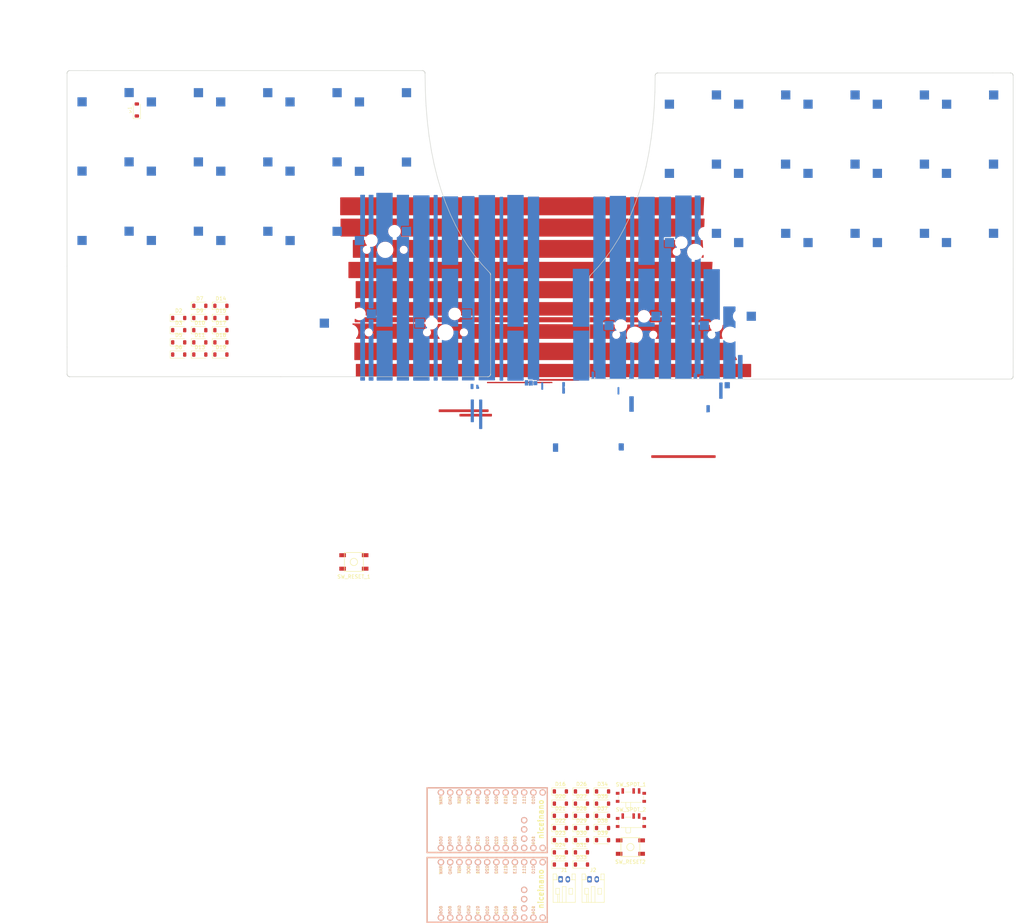
<source format=kicad_pcb>
(kicad_pcb (version 20221018) (generator pcbnew)
  (layers (0 "F.Cu" signal) (31 "B.Cu" signal) (34 "B.Paste" user) (35 "F.Paste" user) (36 "B.SilkS" user "B.Silkscreen") (37 "F.SilkS" user "F.Silkscreen") (38 "B.Mask" user) (39 "F.Mask" user) (44 "Edge.Cuts" user))
  (net 0 "")
  (net 1 "GND")
  (net 2 "Col_5")
  (net 3 "Row_1_L")
  (net 4 "Net-(D1-A)")
  (net 5 "Row_2_L")
  (net 6 "Net-(D2-A)")
  (net 7 "Row_3_L")
  (net 8 "Net-(D3-A)")
  (net 9 "Net-(D5-A)")
  (net 10 "Net-(D6-A)")
  (net 11 "Net-(D7-A)")
  (net 12 "Net-(D9-A)")
  (net 13 "Net-(D10-A)")
  (net 14 "Net-(D11-A)")
  (net 15 "Net-(D13-A)")
  (net 16 "Net-(D14-A)")
  (net 17 "Net-(D15-A)")
  (net 18 "Row_4_L")
  (net 19 "Net-(D16-A)")
  (net 20 "Net-(D17-A)")
  (net 21 "Net-(D18-A)")
  (net 22 "Net-(D19-A)")
  (net 23 "Net-(D20-A)")
  (net 24 "Row_1_R")
  (net 25 "Net-(D21-A)")
  (net 26 "Row_2_R")
  (net 27 "Net-(D22-A)")
  (net 28 "Row_3_R")
  (net 29 "Net-(D23-A)")
  (net 30 "Row_4_R")
  (net 31 "Net-(D24-A)")
  (net 32 "Net-(D25-A)")
  (net 33 "Net-(D26-A)")
  (net 34 "Net-(D27-A)")
  (net 35 "Net-(D28-A)")
  (net 36 "Net-(D29-A)")
  (net 37 "Net-(D30-A)")
  (net 38 "Net-(D31-A)")
  (net 39 "Net-(D33-A)")
  (net 40 "Net-(D34-A)")
  (net 41 "Net-(D35-A)")
  (net 42 "Net-(D37-A)")
  (net 43 "Net-(D38-A)")
  (net 44 "Net-(D39-A)")
  (net 45 "BAT_L")
  (net 46 "BAT_R")
  (net 47 "Col_1_L")
  (net 48 "Col_2_L")
  (net 49 "Col_3_L")
  (net 50 "Col_4_L")
  (net 51 "Col_1_R")
  (net 52 "Col_2_R")
  (net 53 "Col_3_R")
  (net 54 "Col_4_R")
  (net 55 "Col_5_R")
  (net 56 "RST_R")
  (net 57 "RST_L")
  (net 59 "RAW_L")
  (net 61 "RAW_R")
  (net 66 "VCC")
  (footprint "MX_Only:MXOnly-1U-Hotswap" (layer "F.Cu") (at 122.00375 90.53)
    (fp_text reference "SW17")
    (fp_text value "SW_Push")
    (pad "" np_thru_hole circle (at -5.08 0 48.0996) (size 1.75 1.75) (drill 1.75) (layers "*.Cu" "*.Mask"))
    (pad "" np_thru_hole circle (at -3.81 -2.54) (size 3 3) (drill 3) (layers "*.Cu" "*.Mask"))
    (pad "" np_thru_hole circle (at 0 0) (size 3.9878 3.9878) (drill 3.9878) (layers "*.Cu" "*.Mask"))
    (pad "" np_thru_hole circle (at 2.54 -5.08) (size 3 3) (drill 3) (layers "*.Cu" "*.Mask"))
    (pad "" np_thru_hole circle (at 5.08 0 48.0996) (size 1.75 1.75) (drill 1.75) (layers "*.Cu" "*.Mask"))
    (pad "1" smd rect (at -7.085 -2.54) (size 2.55 2.5) (layers "B.Cu" "B.Paste" "B.Mask") (net 2 "Col_5"))
    (pad "2" smd rect (at 5.842 -5.08) (size 2.55 2.5) (layers "B.Cu" "B.Paste" "B.Mask") (net 23 "Net-(D20-A)"))
  )
  (footprint "Diode_SMD:D_SOD-123" (layer "F.Cu") (at 54.505 83.22)
    (fp_text reference "D7" (at 0 -2) (layer "F.SilkS"))
    (fp_text value "D")
    (pad "1" smd roundrect (at -1.65 0) (size 0.9 1.2) (layers "F.Cu" "F.Paste" "F.Mask") (net 7 "Row_3_L"))
    (pad "2" smd roundrect (at 1.65 0) (size 0.9 1.2) (layers "F.Cu" "F.Paste" "F.Mask") (net 11 "Net-(D7-A)"))
  )
  (footprint "MX_Only:MXOnly-1U-Hotswap" (layer "F.Cu") (at 266.755 68.37)
    (fp_text reference "SW34")
    (fp_text value "SW_Push")
    (pad "" np_thru_hole circle (at -5.08 0 48.0996) (size 1.75 1.75) (drill 1.75) (layers "*.Cu" "*.Mask"))
    (pad "" np_thru_hole circle (at -3.81 -2.54) (size 3 3) (drill 3) (layers "*.Cu" "*.Mask"))
    (pad "" np_thru_hole circle (at 0 0) (size 3.9878 3.9878) (drill 3.9878) (layers "*.Cu" "*.Mask"))
    (pad "" np_thru_hole circle (at 2.54 -5.08) (size 3 3) (drill 3) (layers "*.Cu" "*.Mask"))
    (pad "" np_thru_hole circle (at 5.08 0 48.0996) (size 1.75 1.75) (drill 1.75) (layers "*.Cu" "*.Mask"))
    (pad "1" smd rect (at -7.085 -2.54) (size 2.55 2.5) (layers "B.Cu" "B.Paste" "B.Mask") (net 55 "Col_5_R"))
    (pad "2" smd rect (at 5.842 -5.08) (size 2.55 2.5) (layers "B.Cu" "B.Paste" "B.Mask") (net 44 "Net-(D39-A)"))
  )
  (footprint "Diode_SMD:D_SOD-123" (layer "F.Cu") (at 54.505 86.57)
    (fp_text reference "D9" (at 0 -2) (layer "F.SilkS"))
    (fp_text value "D")
    (pad "1" smd roundrect (at -1.65 0) (size 0.9 1.2) (layers "F.Cu" "F.Paste" "F.Mask") (net 3 "Row_1_L"))
    (pad "2" smd roundrect (at 1.65 0) (size 0.9 1.2) (layers "F.Cu" "F.Paste" "F.Mask") (net 12 "Net-(D9-A)"))
  )
  (footprint "MX_Only:MXOnly-1U-Hotswap" (layer "F.Cu") (at 48.27875 67.79)
    (fp_text reference "SW6")
    (fp_text value "SW_Push")
    (pad "" np_thru_hole circle (at -5.08 0 48.0996) (size 1.75 1.75) (drill 1.75) (layers "*.Cu" "*.Mask"))
    (pad "" np_thru_hole circle (at -3.81 -2.54) (size 3 3) (drill 3) (layers "*.Cu" "*.Mask"))
    (pad "" np_thru_hole circle (at 0 0) (size 3.9878 3.9878) (drill 3.9878) (layers "*.Cu" "*.Mask"))
    (pad "" np_thru_hole circle (at 2.54 -5.08) (size 3 3) (drill 3) (layers "*.Cu" "*.Mask"))
    (pad "" np_thru_hole circle (at 5.08 0 48.0996) (size 1.75 1.75) (drill 1.75) (layers "*.Cu" "*.Mask"))
    (pad "1" smd rect (at -7.085 -2.54) (size 2.55 2.5) (layers "B.Cu" "B.Paste" "B.Mask") (net 48 "Col_2_L"))
    (pad "2" smd rect (at 5.842 -5.08) (size 2.55 2.5) (layers "B.Cu" "B.Paste" "B.Mask") (net 11 "Net-(D7-A)"))
  )
  (footprint "Diode_SMD:D_SOD-123" (layer "F.Cu") (at 48.71 93.27)
    (fp_text reference "D5" (at 0 -2) (layer "F.SilkS"))
    (fp_text value "D")
    (pad "1" smd roundrect (at -1.65 0) (size 0.9 1.2) (layers "F.Cu" "F.Paste" "F.Mask") (net 3 "Row_1_L"))
    (pad "2" smd roundrect (at 1.65 0) (size 0.9 1.2) (layers "F.Cu" "F.Paste" "F.Mask") (net 9 "Net-(D5-A)"))
  )
  (footprint "MX_Only:MXOnly-1.75U-Hotswap" (layer "F.Cu") (at 95.81375 90.53)
    (fp_text reference "SW13")
    (fp_text value "SW_Push")
    (pad "" np_thru_hole circle (at -5.08 0 48.0996) (size 1.75 1.75) (drill 1.75) (layers "*.Cu" "*.Mask"))
    (pad "" np_thru_hole circle (at -3.81 -2.54) (size 3 3) (drill 3) (layers "*.Cu" "*.Mask"))
    (pad "" np_thru_hole circle (at 0 0) (size 3.9878 3.9878) (drill 3.9878) (layers "*.Cu" "*.Mask"))
    (pad "" np_thru_hole circle (at 2.54 -5.08) (size 3 3) (drill 3) (layers "*.Cu" "*.Mask"))
    (pad "" np_thru_hole circle (at 5.08 0 48.0996) (size 1.75 1.75) (drill 1.75) (layers "*.Cu" "*.Mask"))
    (pad "1" smd rect (at -7.085 -2.54) (size 2.55 2.5) (layers "B.Cu" "B.Paste" "B.Mask") (net 50 "Col_4_L"))
    (pad "2" smd rect (at 5.842 -5.08) (size 2.55 2.5) (layers "B.Cu" "B.Paste" "B.Mask") (net 19 "Net-(D16-A)"))
  )
  (footprint "Diode_SMD:D_SOD-123" (layer "F.Cu") (at 153.58 233.474)
    (fp_text reference "D24" (at 0 -2) (layer "F.SilkS"))
    (fp_text value "D")
    (pad "1" smd roundrect (at -1.65 0) (size 0.9 1.2) (layers "F.Cu" "F.Paste" "F.Mask") (net 30 "Row_4_R"))
    (pad "2" smd roundrect (at 1.65 0) (size 0.9 1.2) (layers "F.Cu" "F.Paste" "F.Mask") (net 31 "Net-(D24-A)"))
  )
  (footprint "Diode_SMD:D_SOD-123" (layer "F.Cu") (at 159.375 216.724)
    (fp_text reference "D26" (at 0 -2) (layer "F.SilkS"))
    (fp_text value "D")
    (pad "1" smd roundrect (at -1.65 0) (size 0.9 1.2) (layers "F.Cu" "F.Paste" "F.Mask") (net 26 "Row_2_R"))
    (pad "2" smd roundrect (at 1.65 0) (size 0.9 1.2) (layers "F.Cu" "F.Paste" "F.Mask") (net 33 "Net-(D26-A)"))
  )
  (footprint "MX_Only:MXOnly-1U-Hotswap" (layer "F.Cu") (at 228.71 30.33)
    (fp_text reference "SW26")
    (fp_text value "SW_Push")
    (pad "" np_thru_hole circle (at -5.08 0 48.0996) (size 1.75 1.75) (drill 1.75) (layers "*.Cu" "*.Mask"))
    (pad "" np_thru_hole circle (at -3.81 -2.54) (size 3 3) (drill 3) (layers "*.Cu" "*.Mask"))
    (pad "" np_thru_hole circle (at 0 0) (size 3.9878 3.9878) (drill 3.9878) (layers "*.Cu" "*.Mask"))
    (pad "" np_thru_hole circle (at 2.54 -5.08) (size 3 3) (drill 3) (layers "*.Cu" "*.Mask"))
    (pad "" np_thru_hole circle (at 5.08 0 48.0996) (size 1.75 1.75) (drill 1.75) (layers "*.Cu" "*.Mask"))
    (pad "1" smd rect (at -7.085 -2.54) (size 2.55 2.5) (layers "B.Cu" "B.Paste" "B.Mask") (net 53 "Col_3_R"))
    (pad "2" smd rect (at 5.842 -5.08) (size 2.55 2.5) (layers "B.Cu" "B.Paste" "B.Mask") (net 36 "Net-(D29-A)"))
  )
  (footprint "MX_Only:MXOnly-1U-Hotswap" (layer "F.Cu") (at 247.758 30.34)
    (fp_text reference "SW29")
    (fp_text value "SW_Push")
    (pad "" np_thru_hole circle (at -5.08 0 48.0996) (size 1.75 1.75) (drill 1.75) (layers "*.Cu" "*.Mask"))
    (pad "" np_thru_hole circle (at -3.81 -2.54) (size 3 3) (drill 3) (layers "*.Cu" "*.Mask"))
    (pad "" np_thru_hole circle (at 0 0) (size 3.9878 3.9878) (drill 3.9878) (layers "*.Cu" "*.Mask"))
    (pad "" np_thru_hole circle (at 2.54 -5.08) (size 3 3) (drill 3) (layers "*.Cu" "*.Mask"))
    (pad "" np_thru_hole circle (at 5.08 0 48.0996) (size 1.75 1.75) (drill 1.75) (layers "*.Cu" "*.Mask"))
    (pad "1" smd rect (at -7.085 -2.54) (size 2.55 2.5) (layers "B.Cu" "B.Paste" "B.Mask") (net 54 "Col_4_R"))
    (pad "2" smd rect (at 5.842 -5.08) (size 2.55 2.5) (layers "B.Cu" "B.Paste" "B.Mask") (net 39 "Net-(D33-A)"))
  )
  (footprint "MX_Only:MXOnly-1U-Hotswap" (layer "F.Cu") (at 48.28875 29.71)
    (fp_text reference "SW4")
    (fp_text value "SW_Push")
    (pad "" np_thru_hole circle (at -5.08 0 48.0996) (size 1.75 1.75) (drill 1.75) (layers "*.Cu" "*.Mask"))
    (pad "" np_thru_hole circle (at -3.81 -2.54) (size 3 3) (drill 3) (layers "*.Cu" "*.Mask"))
    (pad "" np_thru_hole circle (at 0 0) (size 3.9878 3.9878) (drill 3.9878) (layers "*.Cu" "*.Mask"))
    (pad "" np_thru_hole circle (at 2.54 -5.08) (size 3 3) (drill 3) (layers "*.Cu" "*.Mask"))
    (pad "" np_thru_hole circle (at 5.08 0 48.0996) (size 1.75 1.75) (drill 1.75) (layers "*.Cu" "*.Mask"))
    (pad "1" smd rect (at -7.085 -2.54) (size 2.55 2.5) (layers "B.Cu" "B.Paste" "B.Mask") (net 48 "Col_2_L"))
    (pad "2" smd rect (at 5.842 -5.08) (size 2.55 2.5) (layers "B.Cu" "B.Paste" "B.Mask") (net 9 "Net-(D5-A)"))
  )
  (footprint "MX_Only:MXOnly-1U-Hotswap" (layer "F.Cu") (at 67.36375 67.81)
    (fp_text reference "SW9")
    (fp_text value "SW_Push")
    (pad "" np_thru_hole circle (at -5.08 0 48.0996) (size 1.75 1.75) (drill 1.75) (layers "*.Cu" "*.Mask"))
    (pad "" np_thru_hole circle (at -3.81 -2.54) (size 3 3) (drill 3) (layers "*.Cu" "*.Mask"))
    (pad "" np_thru_hole circle (at 0 0) (size 3.9878 3.9878) (drill 3.9878) (layers "*.Cu" "*.Mask"))
    (pad "" np_thru_hole circle (at 2.54 -5.08) (size 3 3) (drill 3) (layers "*.Cu" "*.Mask"))
    (pad "" np_thru_hole circle (at 5.08 0 48.0996) (size 1.75 1.75) (drill 1.75) (layers "*.Cu" "*.Mask"))
    (pad "1" smd rect (at -7.085 -2.54) (size 2.55 2.5) (layers "B.Cu" "B.Paste" "B.Mask") (net 49 "Col_3_L"))
    (pad "2" smd rect (at 5.842 -5.08) (size 2.55 2.5) (layers "B.Cu" "B.Paste" "B.Mask") (net 14 "Net-(D11-A)"))
  )
  (footprint "MX_Only:MXOnly-1U-Hotswap" (layer "F.Cu") (at 190.62 30.33)
    (fp_text reference "SW18")
    (fp_text value "SW_Push")
    (pad "" np_thru_hole circle (at -5.08 0 48.0996) (size 1.75 1.75) (drill 1.75) (layers "*.Cu" "*.Mask"))
    (pad "" np_thru_hole circle (at -3.81 -2.54) (size 3 3) (drill 3) (layers "*.Cu" "*.Mask"))
    (pad "" np_thru_hole circle (at 0 0) (size 3.9878 3.9878) (drill 3.9878) (layers "*.Cu" "*.Mask"))
    (pad "" np_thru_hole circle (at 2.54 -5.08) (size 3 3) (drill 3) (layers "*.Cu" "*.Mask"))
    (pad "" np_thru_hole circle (at 5.08 0 48.0996) (size 1.75 1.75) (drill 1.75) (layers "*.Cu" "*.Mask"))
    (pad "1" smd rect (at -7.085 -2.54) (size 2.55 2.5) (layers "B.Cu" "B.Paste" "B.Mask") (net 51 "Col_1_R"))
    (pad "2" smd rect (at 5.842 -5.08) (size 2.55 2.5) (layers "B.Cu" "B.Paste" "B.Mask") (net 25 "Net-(D21-A)"))
  )
  (footprint "MX_Only:MXOnly-1U-Hotswap" (layer "F.Cu") (at 174.01 91.18)
    (fp_text reference "SW21")
    (fp_text value "SW_Push")
    (pad "" np_thru_hole circle (at -5.08 0 48.0996) (size 1.75 1.75) (drill 1.75) (layers "*.Cu" "*.Mask"))
    (pad "" np_thru_hole circle (at -3.81 -2.54) (size 3 3) (drill 3) (layers "*.Cu" "*.Mask"))
    (pad "" np_thru_hole circle (at 0 0) (size 3.9878 3.9878) (drill 3.9878) (layers "*.Cu" "*.Mask"))
    (pad "" np_thru_hole circle (at 2.54 -5.08) (size 3 3) (drill 3) (layers "*.Cu" "*.Mask"))
    (pad "" np_thru_hole circle (at 5.08 0 48.0996) (size 1.75 1.75) (drill 1.75) (layers "*.Cu" "*.Mask"))
    (pad "1" smd rect (at -7.085 -2.54) (size 2.55 2.5) (layers "B.Cu" "B.Paste" "B.Mask") (net 51 "Col_1_R"))
    (pad "2" smd rect (at 5.842 -5.08) (size 2.55 2.5) (layers "B.Cu" "B.Paste" "B.Mask") (net 31 "Net-(D24-A)"))
  )
  (footprint "MX_Only:MXOnly-1U-Hotswap" (layer "F.Cu") (at 29.24375 29.6825)
    (fp_text reference "SW1")
    (fp_text value "SW_Push")
    (pad "" np_thru_hole circle (at -5.08 0 48.0996) (size 1.75 1.75) (drill 1.75) (layers "*.Cu" "*.Mask"))
    (pad "" np_thru_hole circle (at -3.81 -2.54) (size 3 3) (drill 3) (layers "*.Cu" "*.Mask"))
    (pad "" np_thru_hole circle (at 0 0) (size 3.9878 3.9878) (drill 3.9878) (layers "*.Cu" "*.Mask"))
    (pad "" np_thru_hole circle (at 2.54 -5.08) (size 3 3) (drill 3) (layers "*.Cu" "*.Mask"))
    (pad "" np_thru_hole circle (at 5.08 0 48.0996) (size 1.75 1.75) (drill 1.75) (layers "*.Cu" "*.Mask"))
    (pad "1" smd rect (at -7.085 -2.54) (size 2.55 2.5) (layers "B.Cu" "B.Paste" "B.Mask") (net 47 "Col_1_L"))
    (pad "2" smd rect (at 5.842 -5.08) (size 2.55 2.5) (layers "B.Cu" "B.Paste" "B.Mask") (net 4 "Net-(D1-A)"))
  )
  (footprint "MX_Only:MXOnly-1U-Hotswap" (layer "F.Cu") (at 29.23175 48.73)
    (fp_text reference "SW2")
    (fp_text value "SW_Push")
    (pad "" np_thru_hole circle (at -5.08 0 48.0996) (size 1.75 1.75) (drill 1.75) (layers "*.Cu" "*.Mask"))
    (pad "" np_thru_hole circle (at -3.81 -2.54) (size 3 3) (drill 3) (layers "*.Cu" "*.Mask"))
    (pad "" np_thru_hole circle (at 0 0) (size 3.9878 3.9878) (drill 3.9878) (layers "*.Cu" "*.Mask"))
    (pad "" np_thru_hole circle (at 2.54 -5.08) (size 3 3) (drill 3) (layers "*.Cu" "*.Mask"))
    (pad "" np_thru_hole circle (at 5.08 0 48.0996) (size 1.75 1.75) (drill 1.75) (layers "*.Cu" "*.Mask"))
    (pad "1" smd rect (at -7.085 -2.54) (size 2.55 2.5) (layers "B.Cu" "B.Paste" "B.Mask") (net 47 "Col_1_L"))
    (pad "2" smd rect (at 5.842 -5.08) (size 2.55 2.5) (layers "B.Cu" "B.Paste" "B.Mask") (net 6 "Net-(D2-A)"))
  )
  (footprint "MX_Only:MXOnly-1U-Hotswap" (layer "F.Cu") (at 67.35375 48.75)
    (fp_text reference "SW8")
    (fp_text value "SW_Push")
    (pad "" np_thru_hole circle (at -5.08 0 48.0996) (size 1.75 1.75) (drill 1.75) (layers "*.Cu" "*.Mask"))
    (pad "" np_thru_hole circle (at -3.81 -2.54) (size 3 3) (drill 3) (layers "*.Cu" "*.Mask"))
    (pad "" np_thru_hole circle (at 0 0) (size 3.9878 3.9878) (drill 3.9878) (layers "*.Cu" "*.Mask"))
    (pad "" np_thru_hole circle (at 2.54 -5.08) (size 3 3) (drill 3) (layers "*.Cu" "*.Mask"))
    (pad "" np_thru_hole circle (at 5.08 0 48.0996) (size 1.75 1.75) (drill 1.75) (layers "*.Cu" "*.Mask"))
    (pad "1" smd rect (at -7.085 -2.54) (size 2.55 2.5) (layers "B.Cu" "B.Paste" "B.Mask") (net 49 "Col_3_L"))
    (pad "2" smd rect (at 5.842 -5.08) (size 2.55 2.5) (layers "B.Cu" "B.Paste" "B.Mask") (net 13 "Net-(D10-A)"))
  )
  (footprint "Diode_SMD:D_SOD-123" (layer "F.Cu") (at 54.505 89.92)
    (fp_text reference "D10" (at 0 -2) (layer "F.SilkS"))
    (fp_text value "D")
    (pad "1" smd roundrect (at -1.65 0) (size 0.9 1.2) (layers "F.Cu" "F.Paste" "F.Mask") (net 5 "Row_2_L"))
    (pad "2" smd roundrect (at 1.65 0) (size 0.9 1.2) (layers "F.Cu" "F.Paste" "F.Mask") (net 13 "Net-(D10-A)"))
  )
  (footprint "Diode_SMD:D_SOD-123" (layer "F.Cu") (at 153.58 226.774)
    (fp_text reference "D22" (at 0 -2) (layer "F.SilkS"))
    (fp_text value "D")
    (pad "1" smd roundrect (at -1.65 0) (size 0.9 1.2) (layers "F.Cu" "F.Paste" "F.Mask") (net 26 "Row_2_R"))
    (pad "2" smd roundrect (at 1.65 0) (size 0.9 1.2) (layers "F.Cu" "F.Paste" "F.Mask") (net 27 "Net-(D22-A)"))
  )
  (footprint "MX_Only:MXOnly-1U-Hotswap" (layer "F.Cu") (at 228.71 68.38)
    (fp_text reference "SW28")
    (fp_text value "SW_Push")
    (pad "" np_thru_hole circle (at -5.08 0 48.0996) (size 1.75 1.75) (drill 1.75) (layers "*.Cu" "*.Mask"))
    (pad "" np_thru_hole circle (at -3.81 -2.54) (size 3 3) (drill 3) (layers "*.Cu" "*.Mask"))
    (pad "" np_thru_hole circle (at 0 0) (size 3.9878 3.9878) (drill 3.9878) (layers "*.Cu" "*.Mask"))
    (pad "" np_thru_hole circle (at 2.54 -5.08) (size 3 3) (drill 3) (layers "*.Cu" "*.Mask"))
    (pad "" np_thru_hole circle (at 5.08 0 48.0996) (size 1.75 1.75) (drill 1.75) (layers "*.Cu" "*.Mask"))
    (pad "1" smd rect (at -7.085 -2.54) (size 2.55 2.5) (layers "B.Cu" "B.Paste" "B.Mask") (net 53 "Col_3_R"))
    (pad "2" smd rect (at 5.842 -5.08) (size 2.55 2.5) (layers "B.Cu" "B.Paste" "B.Mask") (net 38 "Net-(D31-A)"))
  )
  (footprint "Diode_SMD:D_SOD-123" (layer "F.Cu") (at 54.505 93.27)
    (fp_text reference "D11" (at 0 -2) (layer "F.SilkS"))
    (fp_text value "D")
    (pad "1" smd roundrect (at -1.65 0) (size 0.9 1.2) (layers "F.Cu" "F.Paste" "F.Mask") (net 7 "Row_3_L"))
    (pad "2" smd roundrect (at 1.65 0) (size 0.9 1.2) (layers "F.Cu" "F.Paste" "F.Mask") (net 14 "Net-(D11-A)"))
  )
  (footprint "Diode_SMD:D_SOD-123" (layer "F.Cu") (at 48.71 96.62)
    (fp_text reference "D6" (at 0 -2) (layer "F.SilkS"))
    (fp_text value "D")
    (pad "1" smd roundrect (at -1.65 0) (size 0.9 1.2) (layers "F.Cu" "F.Paste" "F.Mask") (net 5 "Row_2_L"))
    (pad "2" smd roundrect (at 1.65 0) (size 0.9 1.2) (layers "F.Cu" "F.Paste" "F.Mask") (net 10 "Net-(D6-A)"))
  )
  (footprint "Button_Switch_SMD:SW_SPDT_PCM12" (layer "F.Cu") (at 172.965 218.024)
    (fp_text reference "SW_SPDT_1" (at 0 -3.2) (layer "F.SilkS"))
    (fp_text value "SW_SPDT")
    (pad "" smd rect (at -3.65 -0.78) (size 1 0.8) (layers "F.Cu" "F.Paste" "F.Mask"))
    (pad "" smd rect (at -3.65 1.43) (size 1 0.8) (layers "F.Cu" "F.Paste" "F.Mask"))
    (pad "" np_thru_hole circle (at -1.5 0.33) (size 0.9 0.9) (drill 0.9) (layers "*.Cu" "*.Mask"))
    (pad "" np_thru_hole circle (at 1.5 0.33) (size 0.9 0.9) (drill 0.9) (layers "*.Cu" "*.Mask"))
    (pad "" smd rect (at 3.65 -0.78) (size 1 0.8) (layers "F.Cu" "F.Paste" "F.Mask"))
    (pad "" smd rect (at 3.65 1.43) (size 1 0.8) (layers "F.Cu" "F.Paste" "F.Mask"))
    (pad "1" smd rect (at -2.25 -1.43) (size 0.7 1.5) (layers "F.Cu" "F.Paste" "F.Mask"))
    (pad "2" smd rect (at 0.75 -1.43) (size 0.7 1.5) (layers "F.Cu" "F.Paste" "F.Mask") (net 59 "RAW_L"))
    (pad "3" smd rect (at 2.25 -1.43) (size 0.7 1.5) (layers "F.Cu" "F.Paste" "F.Mask") (net 45 "BAT_L"))
  )
  (footprint "Diode_SMD:D_SOD-123" (layer "F.Cu") (at 153.58 236.824)
    (fp_text reference "D25" (at 0 -2) (layer "F.SilkS"))
    (fp_text value "D")
    (pad "1" smd roundrect (at -1.65 0) (size 0.9 1.2) (layers "F.Cu" "F.Paste" "F.Mask") (net 24 "Row_1_R"))
    (pad "2" smd roundrect (at 1.65 0) (size 0.9 1.2) (layers "F.Cu" "F.Paste" "F.Mask") (net 32 "Net-(D25-A)"))
  )
  (footprint "Diode_SMD:D_SOD-123" (layer "F.Cu") (at 159.375 220.074)
    (fp_text reference "D27" (at 0 -2) (layer "F.SilkS"))
    (fp_text value "D")
    (pad "1" smd roundrect (at -1.65 0) (size 0.9 1.2) (layers "F.Cu" "F.Paste" "F.Mask") (net 28 "Row_3_R"))
    (pad "2" smd roundrect (at 1.65 0) (size 0.9 1.2) (layers "F.Cu" "F.Paste" "F.Mask") (net 34 "Net-(D27-A)"))
  )
  (footprint "random-keyboard-parts:SKQG-1155865" (layer "F.Cu") (at 172.815 232.024)
    (fp_text reference "SW_RESET2" (at 0 4.064) (layer "F.SilkS"))
    (fp_text value "SW_RESET")
    (pad "1" smd rect (at 3.1 1.85) (size 1.8 1.1) (layers "F.Cu" "F.Paste" "F.Mask") (net 1 "GND"))
    (pad "2" smd rect (at -3.1 -1.85) (size 1.8 1.1) (layers "F.Cu" "F.Paste" "F.Mask") (net 56 "RST_R"))
    (pad "3" smd rect (at 3.1 -1.85) (size 1.8 1.1) (layers "F.Cu" "F.Paste" "F.Mask"))
    (pad "4" smd rect (at -3.1 1.85) (size 1.8 1.1) (layers "F.Cu" "F.Paste" "F.Mask"))
  )
  (footprint "MX_Only:MXOnly-1U-Hotswap" (layer "F.Cu") (at 86.40375 67.82)
    (fp_text reference "SW12")
    (fp_text value "SW_Push")
    (pad "" np_thru_hole circle (at -5.08 0 48.0996) (size 1.75 1.75) (drill 1.75) (layers "*.Cu" "*.Mask"))
    (pad "" np_thru_hole circle (at -3.81 -2.54) (size 3 3) (drill 3) (layers "*.Cu" "*.Mask"))
    (pad "" np_thru_hole circle (at 0 0) (size 3.9878 3.9878) (drill 3.9878) (layers "*.Cu" "*.Mask"))
    (pad "" np_thru_hole circle (at 2.54 -5.08) (size 3 3) (drill 3) (layers "*.Cu" "*.Mask"))
    (pad "" np_thru_hole circle (at 5.08 0 48.0996) (size 1.75 1.75) (drill 1.75) (layers "*.Cu" "*.Mask"))
    (pad "1" smd rect (at -7.085 -2.54) (size 2.55 2.5) (layers "B.Cu" "B.Paste" "B.Mask") (net 50 "Col_4_L"))
    (pad "2" smd rect (at 5.842 -5.08) (size 2.55 2.5) (layers "B.Cu" "B.Paste" "B.Mask") (net 17 "Net-(D15-A)"))
  )
  (footprint "MX_Only:MXOnly-1U-Hotswap" (layer "F.Cu") (at 228.7 49.35)
    (fp_text reference "SW27")
    (fp_text value "SW_Push")
    (pad "" np_thru_hole circle (at -5.08 0 48.0996) (size 1.75 1.75) (drill 1.75) (layers "*.Cu" "*.Mask"))
    (pad "" np_thru_hole circle (at -3.81 -2.54) (size 3 3) (drill 3) (layers "*.Cu" "*.Mask"))
    (pad "" np_thru_hole circle (at 0 0) (size 3.9878 3.9878) (drill 3.9878) (layers "*.Cu" "*.Mask"))
    (pad "" np_thru_hole circle (at 2.54 -5.08) (size 3 3) (drill 3) (layers "*.Cu" "*.Mask"))
    (pad "" np_thru_hole circle (at 5.08 0 48.0996) (size 1.75 1.75) (drill 1.75) (layers "*.Cu" "*.Mask"))
    (pad "1" smd rect (at -7.085 -2.54) (size 2.55 2.5) (layers "B.Cu" "B.Paste" "B.Mask") (net 53 "Col_3_R"))
    (pad "2" smd rect (at 5.842 -5.08) (size 2.55 2.5) (layers "B.Cu" "B.Paste" "B.Mask") (net 37 "Net-(D30-A)"))
  )
  (footprint "Diode_SMD:D_SOD-123" (layer "F.Cu") (at 159.375 236.824)
    (fp_text reference "D33" (at 0 -2) (layer "F.SilkS"))
    (fp_text value "D")
    (pad "1" smd roundrect (at -1.65 0) (size 0.9 1.2) (layers "F.Cu" "F.Paste" "F.Mask") (net 24 "Row_1_R"))
    (pad "2" smd roundrect (at 1.65 0) (size 0.9 1.2) (layers "F.Cu" "F.Paste" "F.Mask") (net 39 "Net-(D33-A)"))
  )
  (footprint "random-keyboard-parts:SKQG-1155865" (layer "F.Cu") (at 96.839 153.634)
    (fp_text reference "SW_RESET_1" (at 0 4.064) (layer "F.SilkS"))
    (fp_text value "SW_RESET")
    (pad "1" smd rect (at 3.1 1.85) (size 1.8 1.1) (layers "F.Cu" "F.Paste" "F.Mask") (net 1 "GND"))
    (pad "2" smd rect (at -3.1 -1.85) (size 1.8 1.1) (layers "F.Cu" "F.Paste" "F.Mask") (net 57 "RST_L"))
    (pad "3" smd rect (at 3.1 -1.85) (size 1.8 1.1) (layers "F.Cu" "F.Paste" "F.Mask"))
    (pad "4" smd rect (at -3.1 1.85) (size 1.8 1.1) (layers "F.Cu" "F.Paste" "F.Mask"))
  )
  (footprint "Diode_SMD:D_SOD-123" (layer "F.Cu") (at 153.58 223.424)
    (fp_text reference "D21" (at 0 -2) (layer "F.SilkS"))
    (fp_text value "D")
    (pad "1" smd roundrect (at -1.65 0) (size 0.9 1.2) (layers "F.Cu" "F.Paste" "F.Mask") (net 24 "Row_1_R"))
    (pad "2" smd roundrect (at 1.65 0) (size 0.9 1.2) (layers "F.Cu" "F.Paste" "F.Mask") (net 25 "Net-(D21-A)"))
  )
  (footprint "MX_Only:MXOnly-1U-Hotswap" (layer "F.Cu") (at 86.38875 48.74)
    (fp_text reference "SW11")
    (fp_text value "SW_Push")
    (pad "" np_thru_hole circle (at -5.08 0 48.0996) (size 1.75 1.75) (drill 1.75) (layers "*.Cu" "*.Mask"))
    (pad "" np_thru_hole circle (at -3.81 -2.54) (size 3 3) (drill 3) (layers "*.Cu" "*.Mask"))
    (pad "" np_thru_hole circle (at 0 0) (size 3.9878 3.9878) (drill 3.9878) (layers "*.Cu" "*.Mask"))
    (pad "" np_thru_hole circle (at 2.54 -5.08) (size 3 3) (drill 3) (layers "*.Cu" "*.Mask"))
    (pad "" np_thru_hole circle (at 5.08 0 48.0996) (size 1.75 1.75) (drill 1.75) (layers "*.Cu" "*.Mask"))
    (pad "1" smd rect (at -7.085 -2.54) (size 2.55 2.5) (layers "B.Cu" "B.Paste" "B.Mask") (net 50 "Col_4_L"))
    (pad "2" smd rect (at 5.842 -5.08) (size 2.55 2.5) (layers "B.Cu" "B.Paste" "B.Mask") (net 16 "Net-(D14-A)"))
  )
  (footprint "Diode_SMD:D_SOD-123" (layer "F.Cu") (at 60.3 93.27)
    (fp_text reference "D18" (at 0 -2) (layer "F.SilkS"))
    (fp_text value "D")
    (pad "1" smd roundrect (at -1.65 0) (size 0.9 1.2) (layers "F.Cu" "F.Paste" "F.Mask") (net 5 "Row_2_L"))
    (pad "2" smd roundrect (at 1.65 0) (size 0.9 1.2) (layers "F.Cu" "F.Paste" "F.Mask") (net 21 "Net-(D18-A)"))
  )
  (footprint "MX_Only:MXOnly-1U-Hotswap" (layer "F.Cu") (at 247.76 49.35)
    (fp_text reference "SW30")
    (fp_text value "SW_Push")
    (pad "" np_thru_hole circle (at -5.08 0 48.0996) (size 1.75 1.75) (drill 1.75) (layers "*.Cu" "*.Mask"))
    (pad "" np_thru_hole circle (at -3.81 -2.54) (size 3 3) (drill 3) (layers "*.Cu" "*.Mask"))
    (pad "" np_thru_hole circle (at 0 0) (size 3.9878 3.9878) (drill 3.9878) (layers "*.Cu" "*.Mask"))
    (pad "" np_thru_hole circle (at 2.54 -5.08) (size 3 3) (drill 3) (layers "*.Cu" "*.Mask"))
    (pad "" np_thru_hole circle (at 5.08 0 48.0996) (size 1.75 1.75) (drill 1.75) (layers "*.Cu" "*.Mask"))
    (pad "1" smd rect (at -7.085 -2.54) (size 2.55 2.5) (layers "B.Cu" "B.Paste" "B.Mask") (net 54 "Col_4_R"))
    (pad "2" smd rect (at 5.842 -5.08) (size 2.55 2.5) (layers "B.Cu" "B.Paste" "B.Mask") (net 40 "Net-(D34-A)"))
  )
  (footprint "MX_Only:MXOnly-1.75U-Hotswap" (layer "F.Cu") (at 200.19 91.17)
    (fp_text reference "SW25")
    (fp_text value "SW_Push")
    (pad "" np_thru_hole circle (at -5.08 0 48.0996) (size 1.75 1.75) (drill 1.75) (layers "*.Cu" "*.Mask"))
    (pad "" np_thru_hole circle (at -3.81 -2.54) (size 3 3) (drill 3) (layers "*.Cu" "*.Mask"))
    (pad "" np_thru_hole circle (at 0 0) (size 3.9878 3.9878) (drill 3.9878) (layers "*.Cu" "*.Mask"))
    (pad "" np_thru_hole circle (at 2.54 -5.08) (size 3 3) (drill 3) (layers "*.Cu" "*.Mask"))
    (pad "" np_thru_hole circle (at 5.08 0 48.0996) (size 1.75 1.75) (drill 1.75) (layers "*.Cu" "*.Mask"))
    (pad "1" smd rect (at -7.085 -2.54) (size 2.55 2.5) (layers "B.Cu" "B.Paste" "B.Mask") (net 52 "Col_2_R"))
    (pad "2" smd rect (at 5.842 -5.08) (size 2.55 2.5) (layers "B.Cu" "B.Paste" "B.Mask") (net 35 "Net-(D28-A)"))
  )
  (footprint "nice-nano-kicad:nice_nano" (layer "F.Cu") (at 134.734 243.7905)
    (fp_text reference "U2" hide)
    (fp_text value "nice_nano" hide)
    (fp_text user "100" (at 6.35 5.53719 90) (layer "B.SilkS") (effects (font (size 0.8 0.8)) (justify mirror)))
    (fp_text user "111" (at 8.89 -5.537191 90) (layer "B.SilkS") (effects (font (size 0.8 0.8)) (justify mirror)))
    (fp_text user "010" (at 11.43 -5.537191 90) (layer "B.SilkS") (effects (font (size 0.8 0.8)) (justify mirror)))
    (fp_text user "017" (at -3.81 5.53719 90) (layer "B.SilkS") (effects (font (size 0.8 0.8)) (justify mirror)))
    (fp_text user "115" (at 3.81 -5.537191 90) (layer "B.SilkS") (effects (font (size 0.8 0.8)) (justify mirror)))
    (fp_text user "024" (at 3.8 5.53719 90) (layer "B.SilkS") (effects (font (size 0.8 0.8)) (justify mirror)))
    (fp_text user "022" (at 1.3 5.53719 90) (layer "B.SilkS") (effects (font (size 0.8 0.8)) (justify mirror)))
    (fp_text user "VCC" (at -6.35 -5.537191 90) (layer "B.SilkS") (effects (font (size 0.8 0.8)) (justify mirror)))
    (fp_text user "002" (at 1.27 -5.537191 90) (layer "B.SilkS") (effects (font (size 0.8 0.8)) (justify mirror)))
    (fp_text user "GND" (at -6.35 5.461 90) (layer "B.SilkS") (effects (font (size 0.8 0.8)) (justify mirror)))
    (fp_text user "008" (at -11.5 5.53719 90) (layer "B.SilkS") (effects (font (size 0.8 0.8)) (justify mirror)))
    (fp_text user "104" (at 11.43 5.53719 90) (layer "B.SilkS") (effects (font (size 0.8 0.8)) (justify mirror)))
    (fp_text user "RST" (at -8.89 -5.588 90) (layer "B.SilkS") (effects (font (size 0.8 0.8)) (justify mirror)))
    (fp_text user "029" (at -1.27 -5.537191 90) (layer "B.SilkS") (effects (font (size 0.8 0.8)) (justify mirror)))
    (fp_text user "113" (at 6.35 -5.537191 90) (layer "B.SilkS") (effects (font (size 0.8 0.8)) (justify mirror)))
    (fp_text user "RAW" (at -13.97 -5.473715 90) (layer "B.SilkS") (effects (font (size 0.8 0.8)) (justify mirror)))
    (fp_text user "GND" (at -8.89 5.461 90) (layer "B.SilkS") (effects (font (size 0.8 0.8)) (justify mirror)))
    (fp_text user "020" (at -1.2 5.53719 90) (layer "B.SilkS") (effects (font (size 0.8 0.8)) (justify mirror)))
    (fp_text user "GND" (at -11.43 -5.454667 90) (layer "B.SilkS") (effects (font (size 0.8 0.8)) (justify mirror)))
    (fp_text user "006" (at -13.97 5.53719 90) (layer "B.SilkS") (effects (font (size 0.8 0.8)) (justify mirror)))
    (fp_text user "031" (at -3.81 -5.537191 90) (layer "B.SilkS") (effects (font (size 0.8 0.8)) (justify mirror)))
    (fp_text user "031" (at -3.81 -5.537191 90) (layer "F.SilkS") (effects (font (size 0.8 0.8))))
    (fp_text user "100" (at 6.35 5.53719 90) (layer "F.SilkS") (effects (font (size 0.8 0.8))))
    (fp_text user "002" (at 1.27 -5.537191 90) (layer "F.SilkS") (effects (font (size 0.8 0.8))))
    (fp_text user "GND" (at -11.43 -5.454667 90) (layer "F.SilkS") (effects (font (size 0.8 0.8))))
    (fp_text user "RST" (at -8.89 -5.588 90) (layer "F.SilkS") (effects (font (size 0.8 0.8))))
    (fp_text user "VCC" (at -6.35 -5.537191 90) (layer "F.SilkS") (effects (font (size 0.8 0.8))))
    (fp_text user "008" (at -11.5 5.53719 90) (layer "F.SilkS") (effects (font (size 0.8 0.8))))
    (fp_text user "024" (at 3.81 5.53719 90) (layer "F.SilkS") (effects (font (size 0.8 0.8))))
    (fp_text user "020" (at -1.2 5.53719 90) (layer "F.SilkS") (effects (font (size 0.8 0.8))))
    (fp_text user "115" (at 3.81 -5.537191 90) (layer "F.SilkS") (effects (font (size 0.8 0.8))))
    (fp_text user "111" (at 8.89 -5.537191 90) (layer "F.SilkS") (effects (font (size 0.8 0.8))))
    (fp_text user "029" (at -1.27 -5.537191 90) (layer "F.SilkS") (effects (font (size 0.8 0.8))))
    (fp_text user "nice!nano" (at 13.462 -0.254 90) (layer "F.SilkS") (effects (font (size 1.5 1.5) (thickness 0.3))))
    (fp_text user "RAW" (at -13.97 -5.473715 90) (layer "F.SilkS") (effects (font (size 0.8 0.8))))
    (fp_text user "017" (at -3.8 5.53719 90) (layer "F.SilkS") (effects (font (size 0.8 0.8))))
    (fp_text user "010" (at 11.43 -5.537191 90) (layer "F.SilkS") (effects (font (size 0.8 0.8))))
    (fp_text user "006" (at -13.97 5.53719 90) (layer "F.SilkS") (effects (font (size 0.8 0.8))))
    (fp_text user "GND" (at -8.89 5.461 90) (layer "F.SilkS") (effects (font (size 0.8 0.8))))
    (fp_text user "113" (at 6.35 -5.537191 90) (layer "F.SilkS") (effects (font (size 0.8 0.8))))
    (fp_text user "104" (at 11.43 5.53719 90) (layer "F.SilkS") (effects (font (size 0.8 0.8))))
    (fp_text user "GND" (at -6.35 5.461 90) (layer "F.SilkS") (effects (font (size 0.8 0.8))))
    (fp_text user "022" (at 1.3 5.53719 90) (layer "F.SilkS") (effects (font (size 0.8 0.8))))
    (pad "1" thru_hole circle (at -13.97 7.62) (size 1.7526 1.7526) (drill 1.0922) (layers "*.Cu" "*.SilkS" "*.Mask"))
    (pad "2" thru_hole circle (at -11.43 7.62) (size 1.7526 1.7526) (drill 1.0922) (layers "*.Cu" "*.SilkS" "*.Mask"))
    (pad "3" thru_hole circle (at -8.89 7.62) (size 1.7526 1.7526) (drill 1.0922) (layers "*.Cu" "*.SilkS" "*.Mask") (net 1 "GND"))
    (pad "4" thru_hole circle (at -6.35 7.62) (size 1.7526 1.7526) (drill 1.0922) (layers "*.Cu" "*.SilkS" "*.Mask") (net 1 "GND"))
    (pad "5" thru_hole circle (at -3.81 7.62) (size 1.7526 1.7526) (drill 1.0922) (layers "*.Cu" "*.SilkS" "*.Mask"))
    (pad "6" thru_hole circle (at -1.27 7.62) (size 1.7526 1.7526) (drill 1.0922) (layers "*.Cu" "*.SilkS" "*.Mask"))
    (pad "7" thru_hole circle (at 1.27 7.62) (size 1.7526 1.7526) (drill 1.0922) (layers "*.Cu" "*.SilkS" "*.Mask"))
    (pad "8" thru_hole circle (at 3.81 7.62) (size 1.7526 1.7526) (drill 1.0922) (layers "*.Cu" "*.SilkS" "*.Mask") (net 24 "Row_1_R"))
    (pad "9" thru_hole circle (at 6.35 7.62) (size 1.7526 1.7526) (drill 1.0922) (layers "*.Cu" "*.SilkS" "*.Mask") (net 26 "Row_2_R"))
    (pad "10" thru_hole circle (at 8.89 7.62) (size 1.7526 1.7526) (drill 1.0922) (layers "*.Cu" "*.SilkS" "*.Mask") (net 28 "Row_3_R"))
    (pad "11" thru_hole circle (at 11.43 7.62) (size 1.7526 1.7526) (drill 1.0922) (layers "*.Cu" "*.SilkS" "*.Mask") (net 30 "Row_4_R"))
    (pad "12" thru_hole circle (at 13.97 7.62) (size 1.7526 1.7526) (drill 1.0922) (layers "*.Cu" "*.SilkS" "*.Mask"))
    (pad "13" thru_hole circle (at 13.97 -7.62) (size 1.7526 1.7526) (drill 1.0922) (layers "*.Cu" "*.SilkS" "*.Mask"))
    (pad "14" thru_hole circle (at 11.43 -7.62) (size 1.7526 1.7526) (drill 1.0922) (layers "*.Cu" "*.SilkS" "*.Mask") (net 54 "Col_4_R"))
    (pad "15" thru_hole circle (at 8.89 -7.62) (size 1.7526 1.7526) (drill 1.0922) (layers "*.Cu" "*.SilkS" "*.Mask") (net 53 "Col_3_R"))
    (pad "16" thru_hole circle (at 6.35 -7.62) (size 1.7526 1.7526) (drill 1.0922) (layers "*.Cu" "*.SilkS" "*.Mask") (net 52 "Col_2_R"))
    (pad "17" thru_hole circle (at 3.81 -7.62) (size 1.7526 1.7526) (drill 1.0922) (layers "*.Cu" "*.SilkS" "*.Mask") (net 51 "Col_1_R"))
    (pad "18" thru_hole circle (at 1.27 -7.62) (size 1.7526 1.7526) (drill 1.0922) (layers "*.Cu" "*.SilkS" "*.Mask"))
    (pad "19" thru_hole circle (at -1.27 -7.62) (size 1.7526 1.7526) (drill 1.0922) (layers "*.Cu" "*.SilkS" "*.Mask"))
    (pad "20" thru_hole circle (at -3.81 -7.62) (size 1.7526 1.7526) (drill 1.0922) (layers "*.Cu" "*.SilkS" "*.Mask"))
    (pad "21" thru_hole circle (at -6.35 -7.62) (size 1.7526 1.7526) (drill 1.0922) (layers "*.Cu" "*.SilkS" "*.Mask") (net 66 "VCC"))
    (pad "22" thru_hole circle (at -8.89 -7.62) (size 1.7526 1.7526) (drill 1.0922) (layers "*.Cu" "*.SilkS" "*.Mask") (net 56 "RST_R"))
    (pad "23" thru_hole circle (at -11.43 -7.62) (size 1.7526 1.7526) (drill 1.0922) (layers "*.Cu" "*.SilkS" "*.Mask") (net 1 "GND"))
    (pad "24" thru_hole circle (at -13.97 -7.62) (size 1.7526 1.7526) (drill 1.0922) (layers "*.Cu" "*.SilkS" "*.Mask") (net 61 "RAW_R"))
    (pad "31" thru_hole circle (at 8.89 5.08) (size 1.7526 1.7526) (drill 1.0922) (layers "*.Cu" "*.SilkS" "*.Mask"))
    (pad "32" thru_hole circle (at 8.89 2.54) (size 1.7526 1.7526) (drill 1.0922) (layers "*.Cu" "*.SilkS" "*.Mask"))
    (pad "33" thru_hole circle (at 8.89 0) (size 1.7526 1.7526) (drill 1.0922) (layers "*.Cu" "*.SilkS" "*.Mask"))
  )
  (footprint "Diode_SMD:D_SOD-123" (layer "F.Cu") (at 159.375 223.424)
    (fp_text reference "D28" (at 0 -2) (layer "F.SilkS"))
    (fp_text value "D")
    (pad "1" smd roundrect (at -1.65 0) (size 0.9 1.2) (layers "F.Cu" "F.Paste" "F.Mask") (net 30 "Row_4_R"))
    (pad "2" smd roundrect (at 1.65 0) (size 0.9 1.2) (layers "F.Cu" "F.Paste" "F.Mask") (net 35 "Net-(D28-A)"))
  )
  (footprint "MX_Only:MXOnly-1U-Hotswap" (layer "F.Cu") (at 209.65 68.38)
    (fp_text reference "SW24")
    (fp_text value "SW_Push")
    (pad "" np_thru_hole circle (at -5.08 0 48.0996) (size 1.75 1.75) (drill 1.75) (layers "*.Cu" "*.Mask"))
    (pad "" np_thru_hole circle (at -3.81 -2.54) (size 3 3) (drill 3) (layers "*.Cu" "*.Mask"))
    (pad "" np_thru_hole circle (at 0 0) (size 3.9878 3.9878) (drill 3.9878) (layers "*.Cu" "*.Mask"))
    (pad "" np_thru_hole circle (at 2.54 -5.08) (size 3 3) (drill 3) (layers "*.Cu" "*.Mask"))
    (pad "" np_thru_hole circle (at 5.08 0 48.0996) (size 1.75 1.75) (drill 1.75) (layers "*.Cu" "*.Mask"))
    (pad "1" smd rect (at -7.085 -2.54) (size 2.55 2.5) (layers "B.Cu" "B.Paste" "B.Mask") (net 52 "Col_2_R"))
    (pad "2" smd rect (at 5.842 -5.08) (size 2.55 2.5) (layers "B.Cu" "B.Paste" "B.Mask") (net 34 "Net-(D27-A)"))
  )
  (footprint "MX_Only:MXOnly-1U-Hotswap" (layer "F.Cu") (at 190.62 49.35)
    (fp_text reference "SW19")
    (fp_text value "SW_Push")
    (pad "" np_thru_hole circle (at -5.08 0 48.0996) (size 1.75 1.75) (drill 1.75) (layers "*.Cu" "*.Mask"))
    (pad "" np_thru_hole circle (at -3.81 -2.54) (size 3 3) (drill 3) (layers "*.Cu" "*.Mask"))
    (pad "" np_thru_hole circle (at 0 0) (size 3.9878 3.9878) (drill 3.9878) (layers "*.Cu" "*.Mask"))
    (pad "" np_thru_hole circle (at 2.54 -5.08) (size 3 3) (drill 3) (layers "*.Cu" "*.Mask"))
    (pad "" np_thru_hole circle (at 5.08 0 48.0996) (size 1.75 1.75) (drill 1.75) (layers "*.Cu" "*.Mask"))
    (pad "1" smd rect (at -7.085 -2.54) (size 2.55 2.5) (layers "B.Cu" "B.Paste" "B.Mask") (net 51 "Col_1_R"))
    (pad "2" smd rect (at 5.842 -5.08) (size 2.55 2.5) (layers "B.Cu" "B.Paste" "B.Mask") (net 27 "Net-(D22-A)"))
  )
  (footprint "MX_Only:MXOnly-1U-Hotswap" (layer "F.Cu") (at 105.45375 48.78)
    (fp_text reference "SW15")
    (fp_text value "SW_Push")
    (pad "" np_thru_hole circle (at -5.08 0 48.0996) (size 1.75 1.75) (drill 1.75) (layers "*.Cu" "*.Mask"))
    (pad "" np_thru_hole circle (at -3.81 -2.54) (size 3 3) (drill 3) (layers "*.Cu" "*.Mask"))
    (pad "" np_thru_hole circle (at 0 0) (size 3.9878 3.9878) (drill 3.9878) (layers "*.Cu" "*.Mask"))
    (pad "" np_thru_hole circle (at 2.54 -5.08) (size 3 3) (drill 3) (layers "*.Cu" "*.Mask"))
    (pad "" np_thru_hole circle (at 5.08 0 48.0996) (size 1.75 1.75) (drill 1.75) (layers "*.Cu" "*.Mask"))
    (pad "1" smd rect (at -7.085 -2.54) (size 2.55 2.5) (layers "B.Cu" "B.Paste" "B.Mask") (net 2 "Col_5"))
    (pad "2" smd rect (at 5.842 -5.08) (size 2.55 2.5) (layers "B.Cu" "B.Paste" "B.Mask") (net 21 "Net-(D18-A)"))
  )
  (footprint "MX_Only:MXOnly-1U-Hotswap" (layer "F.Cu") (at 67.33375 29.71)
    (fp_text reference "SW7")
    (fp_text value "SW_Push")
    (pad "" np_thru_hole circle (at -5.08 0 48.0996) (size 1.75 1.75) (drill 1.75) (layers "*.Cu" "*.Mask"))
    (pad "" np_thru_hole circle (at -3.81 -2.54) (size 3 3) (drill 3) (layers "*.Cu" "*.Mask"))
    (pad "" np_thru_hole circle (at 0 0) (size 3.9878 3.9878) (drill 3.9878) (layers "*.Cu" "*.Mask"))
    (pad "" np_thru_hole circle (at 2.54 -5.08) (size 3 3) (drill 3) (layers "*.Cu" "*.Mask"))
    (pad "" np_thru_hole circle (at 5.08 0 48.0996) (size 1.75 1.75) (drill 1.75) (layers "*.Cu" "*.Mask"))
    (pad "1" smd rect (at -7.085 -2.54) (size 2.55 2.5) (layers "B.Cu" "B.Paste" "B.Mask") (net 49 "Col_3_L"))
    (pad "2" smd rect (at 5.842 -5.08) (size 2.55 2.5) (layers "B.Cu" "B.Paste" "B.Mask") (net 12 "Net-(D9-A)"))
  )
  (footprint "Diode_SMD:D_SOD-123" (layer "F.Cu") (at 165.17 226.774)
    (fp_text reference "D38" (at 0 -2) (layer "F.SilkS"))
    (fp_text value "D")
    (pad "1" smd roundrect (at -1.65 0) (size 0.9 1.2) (layers "F.Cu" "F.Paste" "F.Mask") (net 26 "Row_2_R"))
    (pad "2" smd roundrect (at 1.65 0) (size 0.9 1.2) (layers "F.Cu" "F.Paste" "F.Mask") (net 43 "Net-(D38-A)"))
  )
  (footprint "Diode_SMD:D_SOD-123" (layer "F.Cu") (at 48.71 89.92)
    (fp_text reference "D3" (at 0 -2) (layer "F.SilkS"))
    (fp_text value "D")
    (pad "1" smd roundrect (at -1.65 0) (size 0.9 1.2) (layers "F.Cu" "F.Paste" "F.Mask") (net 7 "Row_3_L"))
    (pad "2" smd roundrect (at 1.65 0) (size 0.9 1.2) (layers "F.Cu" "F.Paste" "F.Mask") (net 8 "Net-(D3-A)"))
  )
  (footprint "Diode_SMD:D_SOD-123" (layer "F.Cu") (at 60.3 96.62)
    (fp_text reference "D19" (at 0 -2) (layer "F.SilkS"))
    (fp_text value "D")
    (pad "1" smd roundrect (at -1.65 0) (size 0.9 1.2) (layers "F.Cu" "F.Paste" "F.Mask") (net 7 "Row_3_L"))
    (pad "2" smd roundrect (at 1.65 0) (size 0.9 1.2) (layers "F.Cu" "F.Paste" "F.Mask") (net 22 "Net-(D19-A)"))
  )
  (footprint "Diode_SMD:D_SOD-123" (layer "F.Cu") (at 60.3 89.92)
    (fp_text reference "D17" (at 0 -2) (layer "F.SilkS"))
    (fp_text value "D")
    (pad "1" smd roundrect (at -1.65 0) (size 0.9 1.2) (layers "F.Cu" "F.Paste" "F.Mask") (net 3 "Row_1_L"))
    (pad "2" smd roundrect (at 1.65 0) (size 0.9 1.2) (layers "F.Cu" "F.Paste" "F.Mask") (net 20 "Net-(D17-A)"))
  )
  (footprint "MX_Only:MXOnly-1U-Hotswap" (layer "F.Cu") (at 48.27375 48.74)
    (fp_text reference "SW5")
    (fp_text value "SW_Push")
    (pad "" np_thru_hole circle (at -5.08 0 48.0996) (size 1.75 1.75) (drill 1.75) (layers "*.Cu" "*.Mask"))
    (pad "" np_thru_hole circle (at -3.81 -2.54) (size 3 3) (drill 3) (layers "*.Cu" "*.Mask"))
    (pad "" np_thru_hole circle (at 0 0) (size 3.9878 3.9878) (drill 3.9878) (layers "*.Cu" "*.Mask"))
    (pad "" np_thru_hole circle (at 2.54 -5.08) (size 3 3) (drill 3) (layers "*.Cu" "*.Mask"))
    (pad "" np_thru_hole circle (at 5.08 0 48.0996) (size 1.75 1.75) (drill 1.75) (layers "*.Cu" "*.Mask"))
    (pad "1" smd rect (at -7.085 -2.54) (size 2.55 2.5) (layers "B.Cu" "B.Paste" "B.Mask") (net 48 "Col_2_L"))
    (pad "2" smd rect (at 5.842 -5.08) (size 2.55 2.5) (layers "B.Cu" "B.Paste" "B.Mask") (net 10 "Net-(D6-A)"))
  )
  (footprint "Diode_SMD:D_SOD-123" (layer "F.Cu") (at 159.375 230.124)
    (fp_text reference "D30" (at 0 -2) (layer "F.SilkS"))
    (fp_text value "D")
    (pad "1" smd roundrect (at -1.65 0) (size 0.9 1.2) (layers "F.Cu" "F.Paste" "F.Mask") (net 26 "Row_2_R"))
    (pad "2" smd roundrect (at 1.65 0) (size 0.9 1.2) (layers "F.Cu" "F.Paste" "F.Mask") (net 37 "Net-(D30-A)"))
  )
  (footprint "Diode_SMD:D_SOD-123" (layer "F.Cu") (at 159.375 226.774)
    (fp_text reference "D29" (at 0 -2) (layer "F.SilkS"))
    (fp_text value "D")
    (pad "1" smd roundrect (at -1.65 0) (size 0.9 1.2) (layers "F.Cu" "F.Paste" "F.Mask") (net 24 "Row_1_R"))
    (pad "2" smd roundrect (at 1.65 0) (size 0.9 1.2) (layers "F.Cu" "F.Paste" "F.Mask") (net 36 "Net-(D29-A)"))
  )
  (footprint "Connector_JST:JST_PH_S2B-PH-K_1x02_P2.00mm_Horizontal" (layer "F.Cu") (at 161.585 240.874)
    (fp_text reference "J2" (at 1 -2.55) (layer "F.SilkS"))
    (fp_text value "JST Connector")
    (pad "1" thru_hole roundrect (at 0 0) (size 1.2 1.75) (drill 0.75) (layers "*.Cu" "*.Mask") (roundrect_rratio 0.208333) (net 46 "BAT_R"))
    (pad "2" thru_hole oval (at 2 0) (size 1.2 1.75) (drill 0.75) (layers "*.Cu" "*.Mask") (net 1 "GND"))
  )
  (footprint "MX_Only:MXOnly-1U-Hotswap" (layer "F.Cu") (at 190.62 68.38)
    (fp_text reference "SW20")
    (fp_text value "SW_Push")
    (pad "" np_thru_hole circle (at -5.08 0 48.0996) (size 1.75 1.75) (drill 1.75) (layers "*.Cu" "*.Mask"))
    (pad "" np_thru_hole circle (at -3.81 -2.54) (size 3 3) (drill 3) (layers "*.Cu" "*.Mask"))
    (pad "" np_thru_hole circle (at 0 0) (size 3.9878 3.9878) (drill 3.9878) (layers "*.Cu" "*.Mask"))
    (pad "" np_thru_hole circle (at 2.54 -5.08) (size 3 3) (drill 3) (layers "*.Cu" "*.Mask"))
    (pad "" np_thru_hole circle (at 5.08 0 48.0996) (size 1.75 1.75) (drill 1.75) (layers "*.Cu" "*.Mask"))
    (pad "1" smd rect (at -7.085 -2.54) (size 2.55 2.5) (layers "B.Cu" "B.Paste" "B.Mask") (net 51 "Col_1_R"))
    (pad "2" smd rect (at 5.842 -5.08) (size 2.55 2.5) (layers "B.Cu" "B.Paste" "B.Mask") (net 29 "Net-(D23-A)"))
  )
  (footprint "MX_Only:MXOnly-1U-Hotswap" (layer "F.Cu") (at 105.45375 67.82)
    (fp_text reference "SW16")
    (fp_text value "SW_Push")
    (pad "" np_thru_hole circle (at -5.08 0 48.0996) (size 1.75 1.75) (drill 1.75) (layers "*.Cu" "*.Mask"))
    (pad "" np_thru_hole circle (at -3.81 -2.54) (size 3 3) (drill 3) (layers "*.Cu" "*.Mask"))
    (pad "" np_thru_hole circle (at 0 0) (size 3.9878 3.9878) (drill 3.9878) (layers "*.Cu" "*.Mask"))
    (pad "" np_thru_hole circle (at 2.54 -5.08) (size 3 3) (drill 3) (layers "*.Cu" "*.Mask"))
    (pad "" np_thru_hole circle (at 5.08 0 48.0996) (size 1.75 1.75) (drill 1.75) (layers "*.Cu" "*.Mask"))
    (pad "1" smd rect (at -7.085 -2.54) (size 2.55 2.5) (layers "B.Cu" "B.Paste" "B.Mask") (net 2 "Col_5"))
    (pad "2" smd rect (at 5.842 -5.08) (size 2.55 2.5) (layers "B.Cu" "B.Paste" "B.Mask") (net 22 "Net-(D19-A)"))
  )
  (footprint "MX_Only:MXOnly-1U-Hotswap" (layer "F.Cu") (at 29.23875 67.79)
    (fp_text reference "SW3")
    (fp_text value "SW_Push")
    (pad "" np_thru_hole circle (at -5.08 0 48.0996) (size 1.75 1.75) (drill 1.75) (layers "*.Cu" "*.Mask"))
    (pad "" np_thru_hole circle (at -3.81 -2.54) (size 3 3) (drill 3) (layers "*.Cu" "*.Mask"))
    (pad "" np_thru_hole circle (at 0 0) (size 3.9878 3.9878) (drill 3.9878) (layers "*.Cu" "*.Mask"))
    (pad "" np_thru_hole circle (at 2.54 -5.08) (size 3 3) (drill 3) (layers "*.Cu" "*.Mask"))
    (pad "" np_thru_hole circle (at 5.08 0 48.0996) (size 1.75 1.75) (drill 1.75) (layers "*.Cu" "*.Mask"))
    (pad "1" smd rect (at -7.085 -2.54) (size 2.55 2.5) (layers "B.Cu" "B.Paste" "B.Mask") (net 47 "Col_1_L"))
    (pad "2" smd rect (at 5.842 -5.08) (size 2.55 2.5) (layers "B.Cu" "B.Paste" "B.Mask") (net 8 "Net-(D3-A)"))
  )
  (footprint "MX_Only:MXOnly-1U-Hotswap" (layer "F.Cu") (at 105.45375 29.71)
    (fp_text reference "SW14")
    (fp_text value "SW_Push")
    (pad "" np_thru_hole circle (at -5.08 0 48.0996) (size 1.75 1.75) (drill 1.75) (layers "*.Cu" "*.Mask"))
    (pad "" np_thru_hole circle (at -3.81 -2.54) (size 3 3) (drill 3) (layers "*.Cu" "*.Mask"))
    (pad "" np_thru_hole circle (at 0 0) (size 3.9878 3.9878) (drill 3.9878) (layers "*.Cu" "*.Mask"))
    (pad "" np_thru_hole circle (at 2.54 -5.08) (size 3 3) (drill 3) (layers "*.Cu" "*.Mask"))
    (pad "" np_thru_hole circle (at 5.08 0 48.0996) (size 1.75 1.75) (drill 1.75) (layers "*.Cu" "*.Mask"))
    (pad "1" smd rect (at -7.085 -2.54) (size 2.55 2.5) (layers "B.Cu" "B.Paste" "B.Mask") (net 2 "Col_5"))
    (pad "2" smd rect (at 5.842 -5.08) (size 2.55 2.5) (layers "B.Cu" "B.Paste" "B.Mask") (net 20 "Net-(D17-A)"))
  )
  (footprint "MX_Only:MXOnly-1U-Hotswap" (layer "F.Cu") (at 209.65 30.33)
    (fp_text reference "SW22")
    (fp_text value "SW_Push")
    (pad "" np_thru_hole circle (at -5.08 0 48.0996) (size 1.75 1.75) (drill 1.75) (layers "*.Cu" "*.Mask"))
    (pad "" np_thru_hole circle (at -3.81 -2.54) (size 3 3) (drill 3) (layers "*.Cu" "*.Mask"))
    (pad "" np_thru_hole circle (at 0 0) (size 3.9878 3.9878) (drill 3.9878) (layers "*.Cu" "*.Mask"))
    (pad "" np_thru_hole circle (at 2.54 -5.08) (size 3 3) (drill 3) (layers "*.Cu" "*.Mask"))
    (pad "" np_thru_hole circle (at 5.08 0 48.0996) (size 1.75 1.75) (drill 1.75) (layers "*.Cu" "*.Mask"))
    (pad "1" smd rect (at -7.085 -2.54) (size 2.55 2.5) (layers "B.Cu" "B.Paste" "B.Mask") (net 52 "Col_2_R"))
    (pad "2" smd rect (at 5.842 -5.08) (size 2.55 2.5) (layers "B.Cu" "B.Paste" "B.Mask") (net 32 "Net-(D25-A)"))
  )
  (footprint "nice-nano-kicad:nice_nano" (layer "F.Cu") (at 134.734 224.6295)
    (fp_text reference "U1" hide)
    (fp_text value "nice_nano" hide)
    (fp_text user "VCC" (at -6.35 -5.537191 90) (layer "B.SilkS") (effects (font (size 0.8 0.8)) (justify mirror)))
    (fp_text user "022" (at 1.3 5.53719 90) (layer "B.SilkS") (effects (font (size 0.8 0.8)) (justify mirror)))
    (fp_text user "RAW" (at -13.97 -5.473715 90) (layer "B.SilkS") (effects (font (size 0.8 0.8)) (justify mirror)))
    (fp_text user "GND" (at -11.43 -5.454667 90) (layer "B.SilkS") (effects (font (size 0.8 0.8)) (justify mirror)))
    (fp_text user "111" (at 8.89 -5.537191 90) (layer "B.SilkS") (effects (font (size 0.8 0.8)) (justify mirror)))
    (fp_text user "002" (at 1.27 -5.537191 90) (layer "B.SilkS") (effects (font (size 0.8 0.8)) (justify mirror)))
    (fp_text user "031" (at -3.81 -5.537191 90) (layer "B.SilkS") (effects (font (size 0.8 0.8)) (justify mirror)))
    (fp_text user "029" (at -1.27 -5.537191 90) (layer "B.SilkS") (effects (font (size 0.8 0.8)) (justify mirror)))
    (fp_text user "GND" (at -6.35 5.461 90) (layer "B.SilkS") (effects (font (size 0.8 0.8)) (justify mirror)))
    (fp_text user "115" (at 3.81 -5.537191 90) (layer "B.SilkS") (effects (font (size 0.8 0.8)) (justify mirror)))
    (fp_text user "020" (at -1.2 5.53719 90) (layer "B.SilkS") (effects (font (size 0.8 0.8)) (justify mirror)))
    (fp_text user "006" (at -13.97 5.53719 90) (layer "B.SilkS") (effects (font (size 0.8 0.8)) (justify mirror)))
    (fp_text user "024" (at 3.8 5.53719 90) (layer "B.SilkS") (effects (font (size 0.8 0.8)) (justify mirror)))
    (fp_text user "010" (at 11.43 -5.537191 90) (layer "B.SilkS") (effects (font (size 0.8 0.8)) (justify mirror)))
    (fp_text user "100" (at 6.35 5.53719 90) (layer "B.SilkS") (effects (font (size 0.8 0.8)) (justify mirror)))
    (fp_text user "017" (at -3.81 5.53719 90) (layer "B.SilkS") (effects (font (size 0.8 0.8)) (justify mirror)))
    (fp_text user "104" (at 11.43 5.53719 90) (layer "B.SilkS") (effects (font (size 0.8 0.8)) (justify mirror)))
    (fp_text user "GND" (at -8.89 5.461 90) (layer "B.SilkS") (effects (font (size 0.8 0.8)) (justify mirror)))
    (fp_text user "113" (at 6.35 -5.537191 90) (layer "B.SilkS") (effects (font (size 0.8 0.8)) (justify mirror)))
    (fp_text user "RST" (at -8.89 -5.588 90) (layer "B.SilkS") (effects (font (size 0.8 0.8)) (justify mirror)))
    (fp_text user "008" (at -11.5 5.53719 90) (layer "B.SilkS") (effects (font (size 0.8 0.8)) (justify mirror)))
    (fp_text user "031" (at -3.81 -5.537191 90) (layer "F.SilkS") (effects (font (size 0.8 0.8))))
    (fp_text user "113" (at 6.35 -5.537191 90) (layer "F.SilkS") (effects (font (size 0.8 0.8))))
    (fp_text user "GND" (at -11.43 -5.454667 90) (layer "F.SilkS") (effects (font (size 0.8 0.8))))
    (fp_text user "017" (at -3.8 5.53719 90) (layer "F.SilkS") (effects (font (size 0.8 0.8))))
    (fp_text user "111" (at 8.89 -5.537191 90) (layer "F.SilkS") (effects (font (size 0.8 0.8))))
    (fp_text user "nice!nano" (at 13.462 -0.254 90) (layer "F.SilkS") (effects (font (size 1.5 1.5) (thickness 0.3))))
    (fp_text user "020" (at -1.2 5.53719 90) (layer "F.SilkS") (effects (font (size 0.8 0.8))))
    (fp_text user "104" (at 11.43 5.53719 90) (layer "F.SilkS") (effects (font (size 0.8 0.8))))
    (fp_text user "RAW" (at -13.97 -5.473715 90) (layer "F.SilkS") (effects (font (size 0.8 0.8))))
    (fp_text user "006" (at -13.97 5.53719 90) (layer "F.SilkS") (effects (font (size 0.8 0.8))))
    (fp_text user "RST" (at -8.89 -5.588 90) (layer "F.SilkS") (effects (font (size 0.8 0.8))))
    (fp_text user "VCC" (at -6.35 -5.537191 90) (layer "F.SilkS") (effects (font (size 0.8 0.8))))
    (fp_text user "002" (at 1.27 -5.537191 90) (layer "F.SilkS") (effects (font (size 0.8 0.8))))
    (fp_text user "115" (at 3.81 -5.537191 90) (layer "F.SilkS") (effects (font (size 0.8 0.8))))
    (fp_text user "022" (at 1.3 5.53719 90) (layer "F.SilkS") (effects (font (size 0.8 0.8))))
    (fp_text user "029" (at -1.27 -5.537191 90) (layer "F.SilkS") (effects (font (size 0.8 0.8))))
    (fp_text user "GND" (at -8.89 5.461 90) (layer "F.SilkS") (effects (font (size 0.8 0.8))))
    (fp_text user "010" (at 11.43 -5.537191 90) (layer "F.SilkS") (effects (font (size 0.8 0.8))))
    (fp_text user "GND" (at -6.35 5.461 90) (layer "F.SilkS") (effects (font (size 0.8 0.8))))
    (fp_text user "024" (at 3.81 5.53719 90) (layer "F.SilkS") (effects (font (size 0.8 0.8))))
    (fp_text user "008" (at -11.5 5.53719 90) (layer "F.SilkS") (effects (font (size 0.8 0.8))))
    (fp_text user "100" (at 6.35 5.53719 90) (layer "F.SilkS") (effects (font (size 0.8 0.8))))
    (pad "1" thru_hole circle (at -13.97 7.62) (size 1.7526 1.7526) (drill 1.0922) (layers "*.Cu" "*.SilkS" "*.Mask"))
    (pad "2" thru_hole circle (at -11.43 7.62) (size 1.7526 1.7526) (drill 1.0922) (layers "*.Cu" "*.SilkS" "*.Mask"))
    (pad "3" thru_hole circle (at -8.89 7.62) (size 1.7526 1.7526) (drill 1.0922) (layers "*.Cu" "*.SilkS" "*.Mask") (net 1 "GND"))
    (pad "4" thru_hole circle (at -6.35 7.62) (size 1.7526 1.7526) (drill 1.0922) (layers "*.Cu" "*.SilkS" "*.Mask") (net 1 "GND"))
    (pad "5" thru_hole circle (at -3.81 7.62) (size 1.7526 1.7526) (drill 1.0922) (layers "*.Cu" "*.SilkS" "*.Mask"))
    (pad "6" thru_hole circle (at -1.27 7.62) (size 1.7526 1.7526) (drill 1.0922) (layers "*.Cu" "*.SilkS" "*.Mask"))
    (pad "7" thru_hole circle (at 1.27 7.62) (size 1.7526 1.7526) (drill 1.0922) (layers "*.Cu" "*.SilkS" "*.Mask"))
    (pad "8" thru_hole circle (at 3.81 7.62) (size 1.7526 1.7526) (drill 1.0922) (layers "*.Cu" "*.SilkS" "*.Mask") (net 47 "Col_1_L"))
    (pad "9" thru_hole circle (at 6.35 7.62) (size 1.7526 1.7526) (drill 1.0922) (layers "*.Cu" "*.SilkS" "*.Mask") (net 48 "Col_2_L"))
    (pad "10" thru_hole circle (at 8.89 7.62) (size 1.7526 1.7526) (drill 1.0922) (layers "*.Cu" "*.SilkS" "*.Mask") (net 49 "Col_3_L"))
    (pad "11" thru_hole circle (at 11.43 7.62) (size 1.7526 1.7526) (drill 1.0922) (layers "*.Cu" "*.SilkS" "*.Mask") (net 50 "Col_4_L"))
    (pad "12" thru_hole circle (at 13.97 7.62) (size 1.7526 1.7526) (drill 1.0922) (layers "*.Cu" "*.SilkS" "*.Mask"))
    (pad "13" thru_hole circle (at 13.97 -7.62) (size 1.7526 1.7526) (drill 1.0922) (layers "*.Cu" "*.SilkS" "*.Mask"))
    (pad "14" thru_hole circle (at 11.43 -7.62) (size 1.7526 1.7526) (drill 1.0922) (layers "*.Cu" "*.SilkS" "*.Mask") (net 18 "Row_4_L"))
    (pad "15" thru_hole circle (at 8.89 -7.62) (size 1.7526 1.7526) (drill 1.0922) (layers "*.Cu" "*.SilkS" "*.Mask") (net 7 "Row_3_L"))
    (pad "16" thru_hole circle (at 6.35 -7.62) (size 1.7526 1.7526) (drill 1.0922) (layers "*.Cu" "*.SilkS" "*.Mask") (net 5 "Row_2_L"))
    (pad "17" thru_hole circle (at 3.81 -7.62) (size 1.7526 1.7526) (drill 1.0922) (layers "*.Cu" "*.SilkS" "*.Mask") (net 3 "Row_1_L"))
    (pad "18" thru_hole circle (at 1.27 -7.62) (size 1.7526 1.7526) (drill 1.0922) (layers "*.Cu" "*.SilkS" "*.Mask"))
    (pad "19" thru_hole circle (at -1.27 -7.62) (size 1.7526 1.7526) (drill 1.0922) (layers "*.Cu" "*.SilkS" "*.Mask"))
    (pad "20" thru_hole circle (at -3.81 -7.62) (size 1.7526 1.7526) (drill 1.0922) (layers "*.Cu" "*.SilkS" "*.Mask"))
    (pad "21" thru_hole circle (at -6.35 -7.62) (size 1.7526 1.7526) (drill 1.0922) (layers "*.Cu" "*.SilkS" "*.Mask") (net 66 "VCC"))
    (pad "22" thru_hole circle (at -8.89 -7.62) (size 1.7526 1.7526) (drill 1.0922) (layers "*.Cu" "*.SilkS" "*.Mask") (net 57 "RST_L"))
    (pad "23" thru_hole circle (at -11.43 -7.62) (size 1.7526 1.7526) (drill 1.0922) (layers "*.Cu" "*.SilkS" "*.Mask") (net 1 "GND"))
    (pad "24" thru_hole circle (at -13.97 -7.62) (size 1.7526 1.7526) (drill 1.0922) (layers "*.Cu" "*.SilkS" "*.Mask") (net 59 "RAW_L"))
    (pad "31" thru_hole circle (at 8.89 5.08) (size 1.7526 1.7526) (drill 1.0922) (layers "*.Cu" "*.SilkS" "*.Mask"))
    (pad "32" thru_hole circle (at 8.89 2.54) (size 1.7526 1.7526) (drill 1.0922) (layers "*.Cu" "*.SilkS" "*.Mask"))
    (pad "33" thru_hole circle (at 8.89 0) (size 1.7526 1.7526) (drill 1.0922) (layers "*.Cu" "*.SilkS" "*.Mask"))
  )
  (footprint "Diode_SMD:D_SOD-123" (layer "F.Cu") (at 153.58 230.124)
    (fp_text reference "D23" (at 0 -2) (layer "F.SilkS"))
    (fp_text value "D")
    (pad "1" smd roundrect (at -1.65 0) (size 0.9 1.2) (layers "F.Cu" "F.Paste" "F.Mask") (net 28 "Row_3_R"))
    (pad "2" smd roundrect (at 1.65 0) (size 0.9 1.2) (layers "F.Cu" "F.Paste" "F.Mask") (net 29 "Net-(D23-A)"))
  )
  (footprint "Diode_SMD:D_SOD-123" (layer "F.Cu") (at 153.58 216.724)
    (fp_text reference "D16" (at 0 -2) (layer "F.SilkS"))
    (fp_text value "D")
    (pad "1" smd roundrect (at -1.65 0) (size 0.9 1.2) (layers "F.Cu" "F.Paste" "F.Mask") (net 18 "Row_4_L"))
    (pad "2" smd roundrect (at 1.65 0) (size 0.9 1.2) (layers "F.Cu" "F.Paste" "F.Mask") (net 19 "Net-(D16-A)"))
  )
  (footprint "MX_Only:MXOnly-1U-Hotswap" (layer "F.Cu") (at 266.788 30.34)
    (fp_text reference "SW32")
    (fp_text value "SW_Push")
    (pad "" np_thru_hole circle (at -5.08 0 48.0996) (size 1.75 1.75) (drill 1.75) (layers "*.Cu" "*.Mask"))
    (pad "" np_thru_hole circle (at -3.81 -2.54) (size 3 3) (drill 3) (layers "*.Cu" "*.Mask"))
    (pad "" np_thru_hole circle (at 0 0) (size 3.9878 3.9878) (drill 3.9878) (layers "*.Cu" "*.Mask"))
    (pad "" np_thru_hole circle (at 2.54 -5.08) (size 3 3) (drill 3) (layers "*.Cu" "*.Mask"))
    (pad "" np_thru_hole circle (at 5.08 0 48.0996) (size 1.75 1.75) (drill 1.75) (layers "*.Cu" "*.Mask"))
    (pad "1" smd rect (at -7.085 -2.54) (size 2.55 2.5) (layers "B.Cu" "B.Paste" "B.Mask") (net 55 "Col_5_R"))
    (pad "2" smd rect (at 5.842 -5.08) (size 2.55 2.5) (layers "B.Cu" "B.Paste" "B.Mask") (net 42 "Net-(D37-A)"))
  )
  (footprint "Diode_SMD:D_SOD-123" (layer "F.Cu") (at 48.71 86.57)
    (fp_text reference "D2" (at 0 -2) (layer "F.SilkS"))
    (fp_text value "D")
    (pad "1" smd roundrect (at -1.65 0) (size 0.9 1.2) (layers "F.Cu" "F.Paste" "F.Mask") (net 5 "Row_2_L"))
    (pad "2" smd roundrect (at 1.65 0) (size 0.9 1.2) (layers "F.Cu" "F.Paste" "F.Mask") (net 6 "Net-(D2-A)"))
  )
  (footprint "Diode_SMD:D_SOD-123" (layer "F.Cu") (at 165.17 220.074)
    (fp_text reference "D35" (at 0 -2) (layer "F.SilkS"))
    (fp_text value "D")
    (pad "1" smd roundrect (at -1.65 0) (size 0.9 1.2) (layers "F.Cu" "F.Paste" "F.Mask") (net 28 "Row_3_R"))
    (pad "2" smd roundrect (at 1.65 0) (size 0.9 1.2) (layers "F.Cu" "F.Paste" "F.Mask") (net 41 "Net-(D35-A)"))
  )
  (footprint "Diode_SMD:D_SOD-123" (layer "F.Cu") (at 60.3 86.57)
    (fp_text reference "D15" (at 0 -2) (layer "F.SilkS"))
    (fp_text value "D")
    (pad "1" smd roundrect (at -1.65 0) (size 0.9 1.2) (layers "F.Cu" "F.Paste" "F.Mask") (net 7 "Row_3_L"))
    (pad "2" smd roundrect (at 1.65 0) (size 0.9 1.2) (layers "F.Cu" "F.Paste" "F.Mask") (net 17 "Net-(D15-A)"))
  )
  (footprint "Diode_SMD:D_SOD-123" (layer "F.Cu") (at 153.58 220.074)
    (fp_text reference "D20" (at 0 -2) (layer "F.SilkS"))
    (fp_text value "D")
    (pad "1" smd roundrect (at -1.65 0) (size 0.9 1.2) (layers "F.Cu" "F.Paste" "F.Mask") (net 18 "Row_4_L"))
    (pad "2" smd roundrect (at 1.65 0) (size 0.9 1.2) (layers "F.Cu" "F.Paste" "F.Mask") (net 23 "Net-(D20-A)"))
  )
  (footprint "MX_Only:MXOnly-1U-Hotswap" (layer "F.Cu") (at 266.75 49.35)
    (fp_text reference "SW33")
    (fp_text value "SW_Push")
    (pad "" np_thru_hole circle (at -5.08 0 48.0996) (size 1.75 1.75) (drill 1.75) (layers "*.Cu" "*.Mask"))
    (pad "" np_thru_hole circle (at -3.81 -2.54) (size 3 3) (drill 3) (layers "*.Cu" "*.Mask"))
    (pad "" np_thru_hole circle (at 0 0) (size 3.9878 3.9878) (drill 3.9878) (layers "*.Cu" "*.Mask"))
    (pad "" np_thru_hole circle (at 2.54 -5.08) (size 3 3) (drill 3) (layers "*.Cu" "*.Mask"))
    (pad "" np_thru_hole circle (at 5.08 0 48.0996) (size 1.75 1.75) (drill 1.75) (layers "*.Cu" "*.Mask"))
    (pad "1" smd rect (at -7.085 -2.54) (size 2.55 2.5) (layers "B.Cu" "B.Paste" "B.Mask") (net 55 "Col_5_R"))
    (pad "2" smd rect (at 5.842 -5.08) (size 2.55 2.5) (layers "B.Cu" "B.Paste" "B.Mask") (net 43 "Net-(D38-A)"))
  )
  (footprint "Diode_SMD:D_SOD-123" (layer "F.Cu") (at 60.3 83.22)
    (fp_text reference "D14" (at 0 -2) (layer "F.SilkS"))
    (fp_text value "D")
    (pad "1" smd roundrect (at -1.65 0) (size 0.9 1.2) (layers "F.Cu" "F.Paste" "F.Mask") (net 5 "Row_2_L"))
    (pad "2" smd roundrect (at 1.65 0) (size 0.9 1.2) (layers "F.Cu" "F.Paste" "F.Mask") (net 16 "Net-(D14-A)"))
  )
  (footprint "Button_Switch_SMD:SW_SPDT_PCM12" (layer "F.Cu") (at 172.965 224.924)
    (fp_text reference "SW_SPDT_2" (at 0 -3.2) (layer "F.SilkS"))
    (fp_text value "SW_SPDT")
    (pad "" smd rect (at -3.65 -0.78) (size 1 0.8) (layers "F.Cu" "F.Paste" "F.Mask"))
    (pad "" smd rect (at -3.65 1.43) (size 1 0.8) (layers "F.Cu" "F.Paste" "F.Mask"))
    (pad "" np_thru_hole circle (at -1.5 0.33) (size 0.9 0.9) (drill 0.9) (layers "*.Cu" "*.Mask"))
    (pad "" np_thru_hole circle (at 1.5 0.33) (size 0.9 0.9) (drill 0.9) (layers "*.Cu" "*.Mask"))
    (pad "" smd rect (at 3.65 -0.78) (size 1 0.8) (layers "F.Cu" "F.Paste" "F.Mask"))
    (pad "" smd rect (at 3.65 1.43) (size 1 0.8) (layers "F.Cu" "F.Paste" "F.Mask"))
    (pad "1" smd rect (at -2.25 -1.43) (size 0.7 1.5) (layers "F.Cu" "F.Paste" "F.Mask"))
    (pad "2" smd rect (at 0.75 -1.43) (size 0.7 1.5) (layers "F.Cu" "F.Paste" "F.Mask") (net 61 "RAW_R"))
    (pad "3" smd rect (at 2.25 -1.43) (size 0.7 1.5) (layers "F.Cu" "F.Paste" "F.Mask") (net 46 "BAT_R"))
  )
  (footprint "Connector_JST:JST_PH_S2B-PH-K_1x02_P2.00mm_Horizontal" (layer "F.Cu") (at 153.635 240.874)
    (fp_text reference "J1" (at 1 -2.55) (layer "F.SilkS"))
    (fp_text value "JST Connector")
    (pad "1" thru_hole roundrect (at 0 0) (size 1.2 1.75) (drill 0.75) (layers "*.Cu" "*.Mask") (roundrect_rratio 0.208333) (net 45 "BAT_L"))
    (pad "2" thru_hole oval (at 2 0) (size 1.2 1.75) (drill 0.75) (layers "*.Cu" "*.Mask") (net 1 "GND"))
  )
  (footprint "Diode_SMD:D_SOD-123" (layer "F.Cu") (at 159.375 233.474)
    (fp_text reference "D31" (at 0 -2) (layer "F.SilkS"))
    (fp_text value "D")
    (pad "1" smd roundrect (at -1.65 0) (size 0.9 1.2) (layers "F.Cu" "F.Paste" "F.Mask") (net 28 "Row_3_R"))
    (pad "2" smd roundrect (at 1.65 0) (size 0.9 1.2) (layers "F.Cu" "F.Paste" "F.Mask") (net 38 "Net-(D31-A)"))
  )
  (footprint "MX_Only:MXOnly-1U-Hotswap" (layer "F.Cu") (at 247.77 68.38)
    (fp_text reference "SW31")
    (fp_text value "SW_Push")
    (pad "" np_thru_hole circle (at -5.08 0 48.0996) (size 1.75 1.75) (drill 1.75) (layers "*.Cu" "*.Mask"))
    (pad "" np_thru_hole circle (at -3.81 -2.54) (size 3 3) (drill 3) (layers "*.Cu" "*.Mask"))
    (pad "" np_thru_hole circle (at 0 0) (size 3.9878 3.9878) (drill 3.9878) (layers "*.Cu" "*.Mask"))
    (pad "" np_thru_hole circle (at 2.54 -5.08) (size 3 3) (drill 3) (layers "*.Cu" "*.Mask"))
    (pad "" np_thru_hole circle (at 5.08 0 48.0996) (size 1.75 1.75) (drill 1.75) (layers "*.Cu" "*.Mask"))
    (pad "1" smd rect (at -7.085 -2.54) (size 2.55 2.5) (layers "B.Cu" "B.Paste" "B.Mask") (net 54 "Col_4_R"))
    (pad "2" smd rect (at 5.842 -5.08) (size 2.55 2.5) (layers "B.Cu" "B.Paste" "B.Mask") (net 41 "Net-(D35-A)"))
  )
  (footprint "Diode_SMD:D_SOD-123" (layer "F.Cu") (at 165.17 216.724)
    (fp_text reference "D34" (at 0 -2) (layer "F.SilkS"))
    (fp_text value "D")
    (pad "1" smd roundrect (at -1.65 0) (size 0.9 1.2) (layers "F.Cu" "F.Paste" "F.Mask") (net 26 "Row_2_R"))
    (pad "2" smd roundrect (at 1.65 0) (size 0.9 1.2) (layers "F.Cu" "F.Paste" "F.Mask") (net 40 "Net-(D34-A)"))
  )
  (footprint "MX_Only:MXOnly-1U-Hotswap" (layer "F.Cu") (at 209.618 49.35)
    (fp_text reference "SW23")
    (fp_text value "SW_Push")
    (pad "" np_thru_hole circle (at -5.08 0 48.0996) (size 1.75 1.75) (drill 1.75) (layers "*.Cu" "*.Mask"))
    (pad "" np_thru_hole circle (at -3.81 -2.54) (size 3 3) (drill 3) (layers "*.Cu" "*.Mask"))
    (pad "" np_thru_hole circle (at 0 0) (size 3.9878 3.9878) (drill 3.9878) (layers "*.Cu" "*.Mask"))
    (pad "" np_thru_hole circle (at 2.54 -5.08) (size 3 3) (drill 3) (layers "*.Cu" "*.Mask"))
    (pad "" np_thru_hole circle (at 5.08 0 48.0996) (size 1.75 1.75) (drill 1.75) (layers "*.Cu" "*.Mask"))
    (pad "1" smd rect (at -7.085 -2.54) (size 2.55 2.5) (layers "B.Cu" "B.Paste" "B.Mask") (net 52 "Col_2_R"))
    (pad "2" smd rect (at 5.842 -5.08) (size 2.55 2.5) (layers "B.Cu" "B.Paste" "B.Mask") (net 33 "Net-(D26-A)"))
  )
  (footprint "Diode_SMD:D_SOD-123" (layer "F.Cu") (at 165.17 230.124)
    (fp_text reference "D39" (at 0 -2) (layer "F.SilkS"))
    (fp_text value "D")
    (pad "1" smd roundrect (at -1.65 0) (size 0.9 1.2) (layers "F.Cu" "F.Paste" "F.Mask") (net 28 "Row_3_R"))
    (pad "2" smd roundrect (at 1.65 0) (size 0.9 1.2) (layers "F.Cu" "F.Paste" "F.Mask") (net 44 "Net-(D39-A)"))
  )
  (footprint "MX_Only:MXOnly-1U-Hotswap" (layer "F.Cu") (at 86.38375 29.71)
    (fp_text reference "SW10")
    (fp_text value "SW_Push")
    (pad "" np_thru_hole circle (at -5.08 0 48.0996) (size 1.75 1.75) (drill 1.75) (layers "*.Cu" "*.Mask"))
    (pad "" np_thru_hole circle (at -3.81 -2.54) (size 3 3) (drill 3) (layers "*.Cu" "*.Mask"))
    (pad "" np_thru_hole circle (at 0 0) (size 3.9878 3.9878) (drill 3.9878) (layers "*.Cu" "*.Mask"))
    (pad "" np_thru_hole circle (at 2.54 -5.08) (size 3 3) (drill 3) (layers "*.Cu" "*.Mask"))
    (pad "" np_thru_hole circle (at 5.08 0 48.0996) (size 1.75 1.75) (drill 1.75) (layers "*.Cu" "*.Mask"))
    (pad "1" smd rect (at -7.085 -2.54) (size 2.55 2.5) (layers "B.Cu" "B.Paste" "B.Mask") (net 50 "Col_4_L"))
    (pad "2" smd rect (at 5.842 -5.08) (size 2.55 2.5) (layers "B.Cu" "B.Paste" "B.Mask") (net 15 "Net-(D13-A)"))
  )
  (footprint "Diode_SMD:D_SOD-123" (layer "F.Cu") (at 37.2 29.3875 90)
    (fp_text reference "D1" (at 0 -2 90) (layer "F.SilkS"))
    (fp_text value "D")
    (pad "1" smd roundrect (at -1.65 0 90) (size 0.9 1.2) (layers "F.Cu" "F.Paste" "F.Mask") (net 3 "Row_1_L"))
    (pad "2" smd roundrect (at 1.65 0 90) (size 0.9 1.2) (layers "F.Cu" "F.Paste" "F.Mask") (net 4 "Net-(D1-A)"))
  )
  (footprint "Diode_SMD:D_SOD-123" (layer "F.Cu") (at 54.505 96.62)
    (fp_text reference "D13" (at 0 -2) (layer "F.SilkS"))
    (fp_text value "D")
    (pad "1" smd roundrect (at -1.65 0) (size 0.9 1.2) (layers "F.Cu" "F.Paste" "F.Mask") (net 3 "Row_1_L"))
    (pad "2" smd roundrect (at 1.65 0) (size 0.9 1.2) (layers "F.Cu" "F.Paste" "F.Mask") (net 15 "Net-(D13-A)"))
  )
  (footprint "Diode_SMD:D_SOD-123" (layer "F.Cu") (at 165.17 223.424)
    (fp_text reference "D37" (at 0 -2) (layer "F.SilkS"))
    (fp_text value "D")
    (pad "1" smd roundrect (at -1.65 0) (size 0.9 1.2) (layers "F.Cu" "F.Paste" "F.Mask") (net 24 "Row_1_R"))
    (pad "2" smd roundrect (at 1.65 0) (size 0.9 1.2) (layers "F.Cu" "F.Paste" "F.Mask") (net 42 "Net-(D37-A)"))
  )
  (gr_line (start 116.20405 18.800855) (end 116.179712 18.775328) (stroke (width 0.15)) (layer "Edge.Cuts"))
  (gr_line (start 18.71139 102.710738) (end 18.749528 102.713637) (stroke (width 0.15)) (layer "Edge.Cuts"))
  (gr_line (start 180.245908 19.215421) (end 180.209709 19.22189) (stroke (width 0.15)) (layer "Edge.Cuts"))
  (gr_line (start 134.385541 74.538648) (end 134.377505 74.502879) (stroke (width 0.15)) (layer "Edge.Cuts"))
  (gr_line (start 116.371855 19.111364) (end 116.36195 19.076486) (stroke (width 0.15)) (layer "Edge.Cuts"))
  (gr_line (start 161.629127 102.760578) (end 161.637504 102.796904) (stroke (width 0.15)) (layer "Edge.Cuts"))
  (gr_line (start 277.980361 102.611508) (end 277.980361 102.611508) (stroke (width 0.15)) (layer "Edge.Cuts"))
  (gr_line (start 161.833581 103.140101) (end 161.859629 103.164951) (stroke (width 0.15)) (layer "Edge.Cuts"))
  (gr_line (start 115.946071 18.617795) (end 115.912691 18.604631) (stroke (width 0.15)) (layer "Edge.Cuts"))
  (gr_line (start 179.863619 19.397927) (end 179.838092 19.422265) (stroke (width 0.15)) (layer "Edge.Cuts"))
  (gr_line (start 18.037443 101.964571) (end 18.037443 101.964571) (stroke (width 0.15)) (layer "Edge.Cuts"))
  (gr_line (start 277.946579 102.834539) (end 277.956696 102.798948) (stroke (width 0.15)) (layer "Edge.Cuts"))
  (gr_line (start 115.878537 18.593072) (end 115.843656 18.583164) (stroke (width 0.15)) (layer "Edge.Cuts"))
  (gr_line (start 134.400034 74.685549) (end 134.39911 74.64837) (stroke (width 0.15)) (layer "Edge.Cuts"))
  (gr_line (start 116.269465 18.884109) (end 116.248974 18.855292) (stroke (width 0.15)) (layer "Edge.Cuts"))
  (gr_line (start 18.146142 102.353483) (end 18.165663 102.383912) (stroke (width 0.15)) (layer "Edge.Cuts"))
  (gr_line (start 116.179712 18.775328) (end 116.154185 18.75099) (stroke (width 0.15)) (layer "Edge.Cuts"))
  (gr_line (start 161.618694 75.295307) (end 161.61777 75.332486) (stroke (width 0.15)) (layer "Edge.Cuts"))
  (gr_line (start 18.03254 94.564571) (end 18.037443 101.964571) (stroke (width 0.15)) (layer "Edge.Cuts"))
  (gr_line (start 18.521732 18.605107) (end 18.487673 18.618541) (stroke (width 0.15)) (layer "Edge.Cuts"))
  (gr_line (start 134.395275 102.076662) (end 134.400047 102.039081) (stroke (width 0.15)) (layer "Edge.Cuts"))
  (gr_line (start 179.623765 19.904162) (end 179.622809 19.941983) (stroke (width 0.15)) (layer "Edge.Cuts"))
  (gr_line (start 133.730564 102.709134) (end 133.7681 102.704354) (stroke (width 0.15)) (layer "Edge.Cuts"))
  (gr_line (start 277.686936 19.35555) (end 277.657531 19.334638) (stroke (width 0.15)) (layer "Edge.Cuts"))
  (gr_line (start 162.21277 103.344685) (end 162.249704 103.351291) (stroke (width 0.15)) (layer "Edge.Cuts"))
  (gr_line (start 18.749528 102.713637) (end 18.788175 102.714616) (stroke (width 0.15)) (layer "Edge.Cuts"))
  (gr_line (start 161.672838 102.901509) (end 161.687859 102.934762) (stroke (width 0.15)) (layer "Edge.Cuts"))
  (gr_line (start 134.400034 74.685549) (end 134.400034 74.685549) (stroke (width 0.15)) (layer "Edge.Cuts"))
  (gr_line (start 18.063302 19.0866) (end 18.053193 19.122191) (stroke (width 0.15)) (layer "Edge.Cuts"))
  (gr_line (start 180.105113 19.251568) (end 180.071733 19.264732) (stroke (width 0.15)) (layer "Edge.Cuts"))
  (gr_line (start 18.487673 18.618541) (end 18.45445 18.633564) (stroke (width 0.15)) (layer "Edge.Cuts"))
  (gr_line (start 179.631278 19.830054) (end 179.626604 19.866836) (stroke (width 0.15)) (layer "Edge.Cuts"))
  (gr_line (start 180.139267 19.240009) (end 180.105113 19.251568) (stroke (width 0.15)) (layer "Edge.Cuts"))
  (gr_line (start 277.985264 95.211508) (end 277.988242 72.986558) (stroke (width 0.15)) (layer "Edge.Cuts"))
  (gr_line (start 277.238196 19.206504) (end 277.238196 19.206504) (stroke (width 0.15)) (layer "Edge.Cuts"))
  (gr_line (start 179.626604 19.866836) (end 179.623765 19.904162) (stroke (width 0.15)) (layer "Edge.Cuts"))
  (gr_line (start 277.380974 103.346305) (end 277.4173 103.337928) (stroke (width 0.15)) (layer "Edge.Cuts"))
  (gr_line (start 277.906309 102.936671) (end 277.921338 102.903448) (stroke (width 0.15)) (layer "Edge.Cuts"))
  (gr_line (start 161.61777 75.332486) (end 161.61777 95.206388) (stroke (width 0.15)) (layer "Edge.Cuts"))
  (gr_line (start 134.356309 74.432912) (end 134.343202 74.398833) (stroke (width 0.15)) (layer "Edge.Cuts"))
  (gr_line (start 18.052723 102.115725) (end 18.061108 102.152011) (stroke (width 0.15)) (layer "Edge.Cuts"))
  (gr_line (start 161.705712 74.979722) (end 161.689349 75.012374) (stroke (width 0.15)) (layer "Edge.Cuts"))
  (gr_line (start 134.3803 102.149967) (end 134.388677 102.113641) (stroke (width 0.15)) (layer "Edge.Cuts"))
  (gr_line (start 128.136808 66.788236) (end 126.399853 64.033001) (stroke (width 0.15)) (layer "Edge.Cuts"))
  (gr_line (start 179.695289 19.623338) (end 179.680569 19.655896) (stroke (width 0.15)) (layer "Edge.Cuts"))
  (gr_line (start 116.322515 18.976401) (end 116.306283 18.94471) (stroke (width 0.15)) (layer "Edge.Cuts"))
  (gr_line (start 134.367752 74.467614) (end 134.356309 74.432912) (stroke (width 0.15)) (layer "Edge.Cuts"))
  (gr_line (start 161.723664 74.947874) (end 161.705712 74.979722) (stroke (width 0.15)) (layer "Edge.Cuts"))
  (gr_line (start 18.779608 18.559567) (end 18.741013 18.560548) (stroke (width 0.15)) (layer "Edge.Cuts"))
  (gr_line (start 161.614858 102.64788) (end 161.617757 102.686018) (stroke (width 0.15)) (layer "Edge.Cuts"))
  (gr_line (start 277.808937 103.088589) (end 277.831217 103.060255) (stroke (width 0.15)) (layer "Edge.Cuts"))
  (gr_line (start 134.206935 74.182784) (end 134.18141 74.155856) (stroke (width 0.15)) (layer "Edge.Cuts"))
  (gr_line (start 116.380062 19.146923) (end 116.371855 19.111364) (stroke (width 0.15)) (layer "Edge.Cuts"))
  (gr_line (start 134.181414 74.155856) (end 134.181414 74.155856) (stroke (width 0.15)) (layer "Edge.Cuts"))
  (gr_line (start 277.852141 103.030849) (end 277.871662 103.00042) (stroke (width 0.15)) (layer "Edge.Cuts"))
  (gr_line (start 161.836394 74.802793) (end 161.810869 74.829721) (stroke (width 0.15)) (layer "Edge.Cuts"))
  (gr_line (start 277.487813 103.316025) (end 277.521905 103.302594) (stroke (width 0.15)) (layer "Edge.Cuts"))
  (gr_line (start 277.785347 103.115803) (end 277.808937 103.088589) (stroke (width 0.15)) (layer "Edge.Cuts"))
  (gr_line (start 18.257307 102.494914) (end 18.283372 102.519749) (stroke (width 0.15)) (layer "Edge.Cuts"))
  (gr_line (start 133.94582 102.654005) (end 133.979043 102.638976) (stroke (width 0.15)) (layer "Edge.Cuts"))
  (gr_line (start 18.422112 18.650129) (end 18.390703 18.668191) (stroke (width 0.15)) (layer "Edge.Cuts"))
  (gr_line (start 134.102627 102.563884) (end 134.130961 102.541604) (stroke (width 0.15)) (layer "Edge.Cuts"))
  (gr_line (start 133.876911 102.679246) (end 133.91176 102.667445) (stroke (width 0.15)) (layer "Edge.Cuts"))
  (gr_line (start 18.564875 102.680882) (end 18.600504 102.690991) (stroke (width 0.15)) (layer "Edge.Cuts"))
  (gr_line (start 118.131949 40.555284) (end 117.506645 36.602599) (stroke (width 0.15)) (layer "Edge.Cuts"))
  (gr_line (start 173.995078 55.516145) (end 172.674992 58.720425) (stroke (width 0.15)) (layer "Edge.Cuts"))
  (gr_line (start 134.042792 102.604329) (end 134.073221 102.584808) (stroke (width 0.15)) (layer "Edge.Cuts"))
  (gr_line (start 277.921338 102.903448) (end 277.934778 102.869388) (stroke (width 0.15)) (layer "Edge.Cuts"))
  (gr_line (start 132.027589 71.849663) (end 130.01272 69.39379) (stroke (width 0.15)) (layer "Edge.Cuts"))
  (gr_line (start 277.988242 19.956565) (end 277.988242 19.956565) (stroke (width 0.15)) (layer "Edge.Cuts"))
  (gr_line (start 18.120114 18.952131) (end 18.103549 18.98447) (stroke (width 0.15)) (layer "Edge.Cuts"))
  (gr_line (start 161.61777 75.332486) (end 161.61777 75.332486) (stroke (width 0.15)) (layer "Edge.Cuts"))
  (gr_line (start 179.711521 19.591647) (end 179.695289 19.623338) (stroke (width 0.15)) (layer "Edge.Cuts"))
  (gr_line (start 176.218379 48.658546) (end 175.176207 52.162187) (stroke (width 0.15)) (layer "Edge.Cuts"))
  (gr_line (start 179.748339 19.531046) (end 179.72922 19.560867) (stroke (width 0.15)) (layer "Edge.Cuts"))
  (gr_line (start 162.28724 103.356071) (end 162.325329 103.358978) (stroke (width 0.15)) (layer "Edge.Cuts"))
  (gr_line (start 117.020298 32.500233) (end 116.672908 28.248186) (stroke (width 0.15)) (layer "Edge.Cuts"))
  (gr_line (start 134.358397 102.22048) (end 134.370191 102.185596) (stroke (width 0.15)) (layer "Edge.Cuts"))
  (gr_line (start 18.029562 72.339621) (end 18.03254 94.564571) (stroke (width 0.15)) (layer "Edge.Cuts"))
  (gr_line (start 18.224437 18.805338) (end 18.200863 18.832553) (stroke (width 0.15)) (layer "Edge.Cuts"))
  (gr_line (start 115.697779 18.560962) (end 115.659954 18.56) (stroke (width 0.15)) (layer "Edge.Cuts"))
  (gr_line (start 277.871662 103.00042) (end 277.889733 102.96901) (stroke (width 0.15)) (layer "Edge.Cuts"))
  (gr_line (start 133.84132 102.689363) (end 133.876911 102.679246) (stroke (width 0.15)) (layer "Edge.Cuts"))
  (gr_line (start 179.976699 19.313389) (end 179.946875 19.332508) (stroke (width 0.15)) (layer "Edge.Cuts"))
  (gr_line (start 277.934778 102.869388) (end 277.946579 102.834539) (stroke (width 0.15)) (layer "Edge.Cuts"))
  (gr_line (start 179.344896 28.895123) (end 178.997506 33.14717) (stroke (width 0.15)) (layer "Edge.Cuts"))
  (gr_line (start 161.764238 74.886829) (end 161.743181 74.916891) (stroke (width 0.15)) (layer "Edge.Cuts"))
  (gr_line (start 161.659407 102.867417) (end 161.672838 102.901509) (stroke (width 0.15)) (layer "Edge.Cuts"))
  (gr_line (start 116.041105 18.666452) (end 116.010324 18.648751) (stroke (width 0.15)) (layer "Edge.Cuts"))
  (gr_line (start 115.843656 18.583164) (end 115.808095 18.574953) (stroke (width 0.15)) (layer "Edge.Cuts"))
  (gr_line (start 180.282696 19.210742) (end 180.245908 19.215421) (stroke (width 0.15)) (layer "Edge.Cuts"))
  (gr_line (start 179.655854 19.723423) (end 179.645949 19.758301) (stroke (width 0.15)) (layer "Edge.Cuts"))
  (gr_line (start 133.805034 102.697748) (end 133.84132 102.689363) (stroke (width 0.15)) (layer "Edge.Cuts"))
  (gr_line (start 134.073221 102.584808) (end 134.102627 102.563884) (stroke (width 0.15)) (layer "Edge.Cuts"))
  (gr_line (start 277.530131 19.265478) (end 277.496072 19.252044) (stroke (width 0.15)) (layer "Edge.Cuts"))
  (gr_line (start 130.01272 69.39379) (end 128.136808 66.788236) (stroke (width 0.15)) (layer "Edge.Cuts"))
  (gr_line (start 179.790652 19.474462) (end 179.76883 19.502229) (stroke (width 0.15)) (layer "Edge.Cuts"))
  (gr_line (start 171.21595 61.775022) (end 169.617951 64.679938) (stroke (width 0.15)) (layer "Edge.Cuts"))
  (gr_line (start 179.622809 19.941983) (end 179.622809 19.941983) (stroke (width 0.15)) (layer "Edge.Cuts"))
  (gr_line (start 133.692475 102.712041) (end 133.730564 102.709134) (stroke (width 0.15)) (layer "Edge.Cuts"))
  (gr_line (start 277.229629 103.361553) (end 219.306564 103.35712) (stroke (width 0.15)) (layer "Edge.Cuts"))
  (gr_line (start 179.76883 19.502229) (end 179.748339 19.531046) (stroke (width 0.15)) (layer "Edge.Cuts"))
  (gr_line (start 161.613879 102.609233) (end 161.613879 102.609233) (stroke (width 0.15)) (layer "Edge.Cuts"))
  (gr_line (start 116.386526 19.183117) (end 116.380062 19.146923) (stroke (width 0.15)) (layer "Edge.Cuts"))
  (gr_line (start 277.984361 19.879882) (end 277.979587 19.842347) (stroke (width 0.15)) (layer "Edge.Cuts"))
  (gr_line (start 117.506645 36.602599) (end 117.020298 32.500233) (stroke (width 0.15)) (layer "Edge.Cuts"))
  (gr_line (start 277.229629 103.361553) (end 277.229629 103.361553) (stroke (width 0.15)) (layer "Edge.Cuts"))
  (gr_line (start 134.370191 102.185596) (end 134.3803 102.149967) (stroke (width 0.15)) (layer "Edge.Cuts"))
  (gr_line (start 277.987262 19.91797) (end 277.984361 19.879882) (stroke (width 0.15)) (layer "Edge.Cuts"))
  (gr_line (start 126.399853 64.033001) (end 124.801854 61.128085) (stroke (width 0.15)) (layer "Edge.Cuts"))
  (gr_line (start 277.563354 19.280501) (end 277.530131 19.265478) (stroke (width 0.15)) (layer "Edge.Cuts"))
  (gr_line (start 175.176207 52.162187) (end 173.995078 55.516145) (stroke (width 0.15)) (layer "Edge.Cuts"))
  (gr_line (start 134.29414 74.300937) (end 134.274623 74.269954) (stroke (width 0.15)) (layer "Edge.Cuts"))
  (gr_line (start 18.03843 102.003166) (end 18.041337 102.041255) (stroke (width 0.15)) (layer "Edge.Cuts"))
  (gr_line (start 161.83639 74.802793) (end 161.836394 74.802793) (stroke (width 0.15)) (layer "Edge.Cuts"))
  (gr_line (start 116.337235 19.008959) (end 116.322515 18.976401) (stroke (width 0.15)) (layer "Edge.Cuts"))
  (gr_line (start 133.65388 102.713028) (end 133.692475 102.712041) (stroke (width 0.15)) (layer "Edge.Cuts"))
  (gr_line (start 162.006422 103.269337) (end 162.038761 103.285913) (stroke (width 0.15)) (layer "Edge.Cuts"))
  (gr_line (start 161.637504 102.796904) (end 161.647613 102.832533) (stroke (width 0.15)) (layer "Edge.Cuts"))
  (gr_line (start 180.320025 19.207899) (end 180.282696 19.210742) (stroke (width 0.15)) (layer "Edge.Cuts"))
  (gr_line (start 134.328455 74.365437) (end 134.312092 74.332785) (stroke (width 0.15)) (layer "Edge.Cuts"))
  (gr_line (start 179.637742 19.79386) (end 179.631278 19.830054) (stroke (width 0.15)) (layer "Edge.Cuts"))
  (gr_line (start 18.111495 102.289734) (end 18.128071 102.322073) (stroke (width 0.15)) (layer "Edge.Cuts"))
  (gr_line (start 277.595692 19.297066) (end 277.563354 19.280501) (stroke (width 0.15)) (layer "Edge.Cuts"))
  (gr_line (start 115.659954 18.56) (end 115.659954 18.56) (stroke (width 0.15)) (layer "Edge.Cuts"))
  (gr_line (start 277.587526 103.271009) (end 277.618961 103.252948) (stroke (width 0.15)) (layer "Edge.Cuts"))
  (gr_line (start 123.342812 58.073488) (end 122.022726 54.869208) (stroke (width 0.15)) (layer "Edge.Cuts"))
  (gr_line (start 277.707198 103.19026) (end 277.734432 103.166686) (stroke (width 0.15)) (layer "Edge.Cuts"))
  (gr_line (start 277.760497 103.141851) (end 277.785347 103.115803) (stroke (width 0.15)) (layer "Edge.Cuts"))
  (gr_line (start 277.879629 19.56766) (end 277.860119 19.537229) (stroke (width 0.15)) (layer "Edge.Cuts"))
  (gr_line (start 18.779608 18.559567) (end 18.779608 18.559567) (stroke (width 0.15)) (layer "Edge.Cuts"))
  (gr_line (start 116.248974 18.855292) (end 116.227152 18.827525) (stroke (width 0.15)) (layer "Edge.Cuts"))
  (gr_line (start 116.099747 18.706066) (end 116.070929 18.685571) (stroke (width 0.15)) (layer "Edge.Cuts"))
  (gr_line (start 161.647613 102.832533) (end 161.659407 102.867417) (stroke (width 0.15)) (layer "Edge.Cuts"))
  (gr_line (start 179.813754 19.447792) (end 179.790652 19.474462) (stroke (width 0.15)) (layer "Edge.Cuts"))
  (gr_line (start 161.762906 103.058448) (end 161.785172 103.086802) (stroke (width 0.15)) (layer "Edge.Cuts"))
  (gr_line (start 115.771896 18.568484) (end 115.735108 18.563805) (stroke (width 0.15)) (layer "Edge.Cuts"))
  (gr_line (start 161.640299 75.149816) (end 161.632263 75.185585) (stroke (width 0.15)) (layer "Edge.Cuts"))
  (gr_line (start 119.799425 48.011609) (end 118.896208 44.358287) (stroke (width 0.15)) (layer "Edge.Cuts"))
  (gr_line (start 18.430278 102.624072) (end 18.462646 102.640636) (stroke (width 0.15)) (layer "Edge.Cuts"))
  (gr_line (start 18.360273 18.687701) (end 18.330868 18.708613) (stroke (width 0.15)) (layer "Edge.Cuts"))
  (gr_line (start 179.946875 19.332508) (end 179.918057 19.353003) (stroke (width 0.15)) (layer "Edge.Cuts"))
  (gr_line (start 18.186587 102.413318) (end 18.208867 102.441652) (stroke (width 0.15)) (layer "Edge.Cuts"))
  (gr_line (start 277.71527 19.377817) (end 277.686936 19.35555) (stroke (width 0.15)) (layer "Edge.Cuts"))
  (gr_line (start 277.425633 19.23014) (end 277.389348 19.221761) (stroke (width 0.15)) (layer "Edge.Cuts"))
  (gr_line (start 18.330868 18.708613) (end 18.302534 18.73088) (stroke (width 0.15)) (layer "Edge.Cuts"))
  (gr_line (start 180.039173 19.279454) (end 180.00748 19.295688) (stroke (width 0.15)) (layer "Edge.Cuts"))
  (gr_line (start 18.66539 18.568224) (end 18.628456 18.574824) (stroke (width 0.15)) (layer "Edge.Cuts"))
  (gr_line (start 134.184223 102.493164) (end 134.209058 102.467099) (stroke (width 0.15)) (layer "Edge.Cuts"))
  (gr_line (start 116.394995 19.295046) (end 116.394039 19.257225) (stroke (width 0.15)) (layer "Edge.Cuts"))
  (gr_line (start 161.622529 102.723599) (end 161.629127 102.760578) (stroke (width 0.15)) (layer "Edge.Cuts"))
  (gr_line (start 18.310606 102.543323) (end 18.33896 102.565589) (stroke (width 0.15)) (layer "Edge.Cuts"))
  (gr_line (start 115.659954 18.56) (end 23.65 18.56) (stroke (width 0.15)) (layer "Edge.Cuts"))
  (gr_line (start 277.734432 103.166686) (end 277.760497 103.141851) (stroke (width 0.15)) (layer "Edge.Cuts"))
  (gr_line (start 134.011382 102.6224) (end 134.042792 102.604329) (stroke (width 0.15)) (layer "Edge.Cuts"))
  (gr_line (start 18.495899 102.655657) (end 18.529991 102.669088) (stroke (width 0.15)) (layer "Edge.Cuts"))
  (gr_line (start 277.793367 19.452275) (end 277.768532 19.426227) (stroke (width 0.15)) (layer "Edge.Cuts"))
  (gr_line (start 18.029562 19.309628) (end 18.029562 19.309628) (stroke (width 0.15)) (layer "Edge.Cuts"))
  (gr_line (start 18.592171 18.583203) (end 18.55658 18.593314) (stroke (width 0.15)) (layer "Edge.Cuts"))
  (gr_line (start 180.35785 19.206937) (end 180.35785 19.206937) (stroke (width 0.15)) (layer "Edge.Cuts"))
  (gr_line (start 134.254898 102.411511) (end 134.27581 102.382082) (stroke (width 0.15)) (layer "Edge.Cuts"))
  (gr_line (start 169.617951 64.679938) (end 167.880996 67.435173) (stroke (width 0.15)) (layer "Edge.Cuts"))
  (gr_line (start 161.674602 75.04577) (end 161.661495 75.079849) (stroke (width 0.15)) (layer "Edge.Cuts"))
  (gr_line (start 166.005084 70.040727) (end 163.990215 72.4966) (stroke (width 0.15)) (layer "Edge.Cuts"))
  (gr_line (start 18.33896 102.565589) (end 18.368389 102.586501) (stroke (width 0.15)) (layer "Edge.Cuts"))
  (gr_line (start 180.209709 19.22189) (end 180.174148 19.230101) (stroke (width 0.15)) (layer "Edge.Cuts"))
  (gr_line (start 162.363924 103.359965) (end 162.363924 103.359965) (stroke (width 0.15)) (layer "Edge.Cuts"))
  (gr_line (start 116.010324 18.648751) (end 115.978631 18.632517) (stroke (width 0.15)) (layer "Edge.Cuts"))
  (gr_line (start 162.106044 103.314382) (end 162.140893 103.326183) (stroke (width 0.15)) (layer "Edge.Cuts"))
  (gr_line (start 179.89029 19.374824) (end 179.863619 19.397927) (stroke (width 0.15)) (layer "Edge.Cuts"))
  (gr_line (start 134.253566 74.239892) (end 134.230995 74.210816) (stroke (width 0.15)) (layer "Edge.Cuts"))
  (gr_line (start 277.860119 19.537229) (end 277.839207 19.507823) (stroke (width 0.15)) (layer "Edge.Cuts"))
  (gr_line (start 76.71124 102.710183) (end 18.788175 102.714616) (stroke (width 0.15)) (layer "Edge.Cuts"))
  (gr_line (start 133.65388 102.713028) (end 133.65388 102.713028) (stroke (width 0.15)) (layer "Edge.Cuts"))
  (gr_line (start 277.768532 19.426227) (end 277.742484 19.401392) (stroke (width 0.15)) (layer "Edge.Cuts"))
  (gr_line (start 18.083026 102.222451) (end 18.096466 102.256511) (stroke (width 0.15)) (layer "Edge.Cuts"))
  (gr_line (start 18.038217 19.19541) (end 18.033443 19.232945) (stroke (width 0.15)) (layer "Edge.Cuts"))
  (gr_line (start 277.929277 19.66463) (end 277.914255 19.631407) (stroke (width 0.15)) (layer "Edge.Cuts"))
  (gr_line (start 161.613879 102.609233) (end 161.61777 95.206388) (stroke (width 0.15)) (layer "Edge.Cuts"))
  (gr_line (start 277.980361 102.611508) (end 277.985264 95.211508) (stroke (width 0.15)) (layer "Edge.Cuts"))
  (gr_line (start 277.971687 102.725728) (end 277.976467 102.688192) (stroke (width 0.15)) (layer "Edge.Cuts"))
  (gr_line (start 134.232632 102.439865) (end 134.254898 102.411511) (stroke (width 0.15)) (layer "Edge.Cuts"))
  (gr_line (start 277.649415 103.233438) (end 277.678844 103.212526) (stroke (width 0.15)) (layer "Edge.Cuts"))
  (gr_line (start 161.650052 75.114551) (end 161.640299 75.149816) (stroke (width 0.15)) (layer "Edge.Cuts"))
  (gr_line (start 277.389348 19.221761) (end 277.352414 19.215161) (stroke (width 0.15)) (layer "Edge.Cuts"))
  (gr_line (start 277.627101 19.315128) (end 277.595692 19.297066) (stroke (width 0.15)) (layer "Edge.Cuts"))
  (gr_line (start 134.230995 74.210816) (end 134.206935 74.182784) (stroke (width 0.15)) (layer "Edge.Cuts"))
  (gr_line (start 277.976467 102.688192) (end 277.979374 102.650103) (stroke (width 0.15)) (layer "Edge.Cuts"))
  (gr_line (start 134.400047 102.039081) (end 134.402946 102.000943) (stroke (width 0.15)) (layer "Edge.Cuts"))
  (gr_line (start 134.27581 102.382082) (end 134.29532 102.351628) (stroke (width 0.15)) (layer "Edge.Cuts"))
  (gr_line (start 134.344966 102.254572) (end 134.358397 102.22048) (stroke (width 0.15)) (layer "Edge.Cuts"))
  (gr_line (start 161.704423 102.96713) (end 161.722484 102.998565) (stroke (width 0.15)) (layer "Edge.Cuts"))
  (gr_line (start 179.645949 19.758301) (end 179.637742 19.79386) (stroke (width 0.15)) (layer "Edge.Cuts"))
  (gr_line (start 134.29532 102.351628) (end 134.313381 102.320193) (stroke (width 0.15)) (layer "Edge.Cuts"))
  (gr_line (start 18.741013 18.560548) (end 18.702925 18.56345) (stroke (width 0.15)) (layer "Edge.Cuts"))
  (gr_line (start 277.229629 103.361553) (end 277.268276 103.360574) (stroke (width 0.15)) (layer "Edge.Cuts"))
  (gr_line (start 161.785172 103.086802) (end 161.808746 103.114036) (stroke (width 0.15)) (layer "Edge.Cuts"))
  (gr_line (start 163.990215 72.4966) (end 161.83639 74.802793) (stroke (width 0.15)) (layer "Edge.Cuts"))
  (gr_line (start 18.044815 19.158476) (end 18.038217 19.19541) (stroke (width 0.15)) (layer "Edge.Cuts"))
  (gr_line (start 277.816941 19.47949) (end 277.793367 19.452275) (stroke (width 0.15)) (layer "Edge.Cuts"))
  (gr_line (start 172.674992 58.720425) (end 171.21595 61.775022) (stroke (width 0.15)) (layer "Edge.Cuts"))
  (gr_line (start 18.071225 102.187602) (end 18.083026 102.222451) (stroke (width 0.15)) (layer "Edge.Cuts"))
  (gr_line (start 18.600504 102.690991) (end 18.63683 102.699368) (stroke (width 0.15)) (layer "Edge.Cuts"))
  (gr_line (start 277.972989 19.805413) (end 277.964611 19.769128) (stroke (width 0.15)) (layer "Edge.Cuts"))
  (gr_line (start 161.625966 75.221796) (end 161.621435 75.25839) (stroke (width 0.15)) (layer "Edge.Cuts"))
  (gr_line (start 277.343995 103.352903) (end 277.380974 103.346305) (stroke (width 0.15)) (layer "Edge.Cuts"))
  (gr_line (start 277.889733 102.96901) (end 277.906309 102.936671) (stroke (width 0.15)) (layer "Edge.Cuts"))
  (gr_line (start 134.391838 74.574859) (end 134.385541 74.538648) (stroke (width 0.15)) (layer "Edge.Cuts"))
  (gr_line (start 161.617757 102.686018) (end 161.622529 102.723599) (stroke (width 0.15)) (layer "Edge.Cuts"))
  (gr_line (start 134.402946 102.000943) (end 134.403925 101.962296) (stroke (width 0.15)) (layer "Edge.Cuts"))
  (gr_line (start 18.138175 18.920723) (end 18.120114 18.952131) (stroke (width 0.15)) (layer "Edge.Cuts"))
  (gr_line (start 116.36195 19.076486) (end 116.350395 19.042336) (stroke (width 0.15)) (layer "Edge.Cuts"))
  (gr_line (start 18.037443 101.964571) (end 18.03843 102.003166) (stroke (width 0.15)) (layer "Edge.Cuts"))
  (gr_line (start 134.158175 102.518014) (end 134.184223 102.493164) (stroke (width 0.15)) (layer "Edge.Cuts"))
  (gr_line (start 18.178597 18.860886) (end 18.157685 18.890292) (stroke (width 0.15)) (layer "Edge.Cuts"))
  (gr_line (start 18.390703 18.668191) (end 18.360273 18.687701) (stroke (width 0.15)) (layer "Edge.Cuts"))
  (gr_line (start 161.859629 103.164951) (end 161.886843 103.188541) (stroke (width 0.15)) (layer "Edge.Cuts"))
  (gr_line (start 18.788175 102.714616) (end 18.788175 102.714616) (stroke (width 0.15)) (layer "Edge.Cuts"))
  (gr_line (start 277.979587 19.842347) (end 277.972989 19.805413) (stroke (width 0.15)) (layer "Edge.Cuts"))
  (gr_line (start 277.678844 103.212526) (end 277.707198 103.19026) (stroke (width 0.15)) (layer "Edge.Cuts"))
  (gr_line (start 18.096466 102.256511) (end 18.111495 102.289734) (stroke (width 0.15)) (layer "Edge.Cuts"))
  (gr_line (start 277.742484 19.401392) (end 277.71527 19.377817) (stroke (width 0.15)) (layer "Edge.Cuts"))
  (gr_line (start 277.4173 103.337928) (end 277.452929 103.327819) (stroke (width 0.15)) (layer "Edge.Cuts"))
  (gr_line (start 18.088527 19.017693) (end 18.075096 19.051752) (stroke (width 0.15)) (layer "Edge.Cuts"))
  (gr_line (start 18.283372 102.519749) (end 18.310606 102.543323) (stroke (width 0.15)) (layer "Edge.Cuts"))
  (gr_line (start 18.232457 102.468866) (end 18.257307 102.494914) (stroke (width 0.15)) (layer "Edge.Cuts"))
  (gr_line (start 18.030542 19.271033) (end 18.029562 19.309628) (stroke (width 0.15)) (layer "Edge.Cuts"))
  (gr_line (start 18.702925 18.56345) (end 18.66539 18.568224) (stroke (width 0.15)) (layer "Edge.Cuts"))
  (gr_line (start 180.35785 19.206937) (end 180.320025 19.207899) (stroke (width 0.15)) (layer "Edge.Cuts"))
  (gr_line (start 122.022726 54.869208) (end 120.841597 51.51525) (stroke (width 0.15)) (layer "Edge.Cuts"))
  (gr_line (start 162.176484 103.3363) (end 162.21277 103.344685) (stroke (width 0.15)) (layer "Edge.Cuts"))
  (gr_line (start 179.553331 24.493395) (end 179.344896 28.895123) (stroke (width 0.15)) (layer "Edge.Cuts"))
  (gr_line (start 18.462646 102.640636) (end 18.495899 102.655657) (stroke (width 0.15)) (layer "Edge.Cuts"))
  (gr_line (start 162.140893 103.326183) (end 162.176484 103.3363) (stroke (width 0.15)) (layer "Edge.Cuts"))
  (gr_line (start 134.400034 94.559451) (end 134.400034 74.685549) (stroke (width 0.15)) (layer "Edge.Cuts"))
  (gr_line (start 134.181414 74.155856) (end 132.027589 71.849663) (stroke (width 0.15)) (layer "Edge.Cuts"))
  (gr_line (start 272.367804 19.206937) (end 180.35785 19.206937) (stroke (width 0.15)) (layer "Edge.Cuts"))
  (gr_line (start 116.070929 18.685571) (end 116.041105 18.666452) (stroke (width 0.15)) (layer "Edge.Cuts"))
  (gr_line (start 161.975012 103.251266) (end 162.006422 103.269337) (stroke (width 0.15)) (layer "Edge.Cuts"))
  (gr_line (start 179.838092 19.422265) (end 179.813754 19.447792) (stroke (width 0.15)) (layer "Edge.Cuts"))
  (gr_line (start 116.394039 19.257225) (end 116.3912 19.219899) (stroke (width 0.15)) (layer "Edge.Cuts"))
  (gr_line (start 161.743181 74.916891) (end 161.723664 74.947874) (stroke (width 0.15)) (layer "Edge.Cuts"))
  (gr_line (start 177.885855 41.202221) (end 177.121596 45.005224) (stroke (width 0.15)) (layer "Edge.Cuts"))
  (gr_line (start 161.944583 103.231745) (end 161.975012 103.251266) (stroke (width 0.15)) (layer "Edge.Cuts"))
  (gr_line (start 18.45445 18.633564) (end 18.422112 18.650129) (stroke (width 0.15)) (layer "Edge.Cuts"))
  (gr_line (start 18.200863 18.832553) (end 18.178597 18.860886) (stroke (width 0.15)) (layer "Edge.Cuts"))
  (gr_line (start 120.841597 51.51525) (end 119.799425 48.011609) (stroke (width 0.15)) (layer "Edge.Cuts"))
  (gr_line (start 124.801854 61.128085) (end 123.342812 58.073488) (stroke (width 0.15)) (layer "Edge.Cuts"))
  (gr_line (start 116.672908 28.248186) (end 116.464473 23.846458) (stroke (width 0.15)) (layer "Edge.Cuts"))
  (gr_line (start 134.400034 94.559451) (end 134.403925 101.962296) (stroke (width 0.15)) (layer "Edge.Cuts"))
  (gr_line (start 18.041337 102.041255) (end 18.046117 102.078791) (stroke (width 0.15)) (layer "Edge.Cuts"))
  (gr_line (start 134.329945 102.287825) (end 134.344966 102.254572) (stroke (width 0.15)) (layer "Edge.Cuts"))
  (gr_line (start 180.00748 19.295688) (end 179.976699 19.313389) (stroke (width 0.15)) (layer "Edge.Cuts"))
  (gr_line (start 277.352414 19.215161) (end 277.314879 19.210387) (stroke (width 0.15)) (layer "Edge.Cuts"))
  (gr_line (start 116.3912 19.219899) (end 116.386526 19.183117) (stroke (width 0.15)) (layer "Edge.Cuts"))
  (gr_line (start 277.988242 19.956565) (end 277.987262 19.91797) (stroke (width 0.15)) (layer "Edge.Cuts"))
  (gr_line (start 116.306283 18.94471) (end 116.288584 18.91393) (stroke (width 0.15)) (layer "Edge.Cuts"))
  (gr_line (start 116.154185 18.75099) (end 116.127514 18.727887) (stroke (width 0.15)) (layer "Edge.Cuts"))
  (gr_line (start 161.687859 102.934762) (end 161.704423 102.96713) (stroke (width 0.15)) (layer "Edge.Cuts"))
  (gr_line (start 179.72922 19.560867) (end 179.711521 19.591647) (stroke (width 0.15)) (layer "Edge.Cuts"))
  (gr_line (start 115.912691 18.604631) (end 115.878537 18.593072) (stroke (width 0.15)) (layer "Edge.Cuts"))
  (gr_line (start 161.722484 102.998565) (end 161.741994 103.029019) (stroke (width 0.15)) (layer "Edge.Cuts"))
  (gr_line (start 162.038761 103.285913) (end 162.071984 103.300942) (stroke (width 0.15)) (layer "Edge.Cuts"))
  (gr_line (start 161.808746 103.114036) (end 161.833581 103.140101) (stroke (width 0.15)) (layer "Edge.Cuts"))
  (gr_line (start 277.831217 103.060255) (end 277.852141 103.030849) (stroke (width 0.15)) (layer "Edge.Cuts"))
  (gr_line (start 277.956696 102.798948) (end 277.965081 102.762662) (stroke (width 0.15)) (layer "Edge.Cuts"))
  (gr_line (start 277.314879 19.210387) (end 277.276791 19.207485) (stroke (width 0.15)) (layer "Edge.Cuts"))
  (gr_line (start 162.071984 103.300942) (end 162.106044 103.314382) (stroke (width 0.15)) (layer "Edge.Cuts"))
  (gr_line (start 277.89769 19.599068) (end 277.879629 19.56766) (stroke (width 0.15)) (layer "Edge.Cuts"))
  (gr_line (start 134.312092 74.332785) (end 134.29414 74.300937) (stroke (width 0.15)) (layer "Edge.Cuts"))
  (gr_line (start 277.839207 19.507823) (end 277.816941 19.47949) (stroke (width 0.15)) (layer "Edge.Cuts"))
  (gr_line (start 178.511159 37.249536) (end 177.885855 41.202221) (stroke (width 0.15)) (layer "Edge.Cuts"))
  (gr_line (start 277.965081 102.762662) (end 277.971687 102.725728) (stroke (width 0.15)) (layer "Edge.Cuts"))
  (gr_line (start 277.914255 19.631407) (end 277.89769 19.599068) (stroke (width 0.15)) (layer "Edge.Cuts"))
  (gr_line (start 161.632263 75.185585) (end 161.625966 75.221796) (stroke (width 0.15)) (layer "Edge.Cuts"))
  (gr_line (start 134.388677 102.113641) (end 134.395275 102.076662) (stroke (width 0.15)) (layer "Edge.Cuts"))
  (gr_line (start 18.029562 19.334494) (end 18.029562 72.339621) (stroke (width 0.15)) (layer "Edge.Cuts"))
  (gr_line (start 277.306414 103.357675) (end 277.343995 103.352903) (stroke (width 0.15)) (layer "Edge.Cuts"))
  (gr_line (start 178.997506 33.14717) (end 178.511159 37.249536) (stroke (width 0.15)) (layer "Edge.Cuts"))
  (gr_line (start 134.39911 74.64837) (end 134.396369 74.611453) (stroke (width 0.15)) (layer "Edge.Cuts"))
  (gr_line (start 277.496072 19.252044) (end 277.461224 19.240251) (stroke (width 0.15)) (layer "Edge.Cuts"))
  (gr_line (start 277.238196 19.206504) (end 272.367804 19.206937) (stroke (width 0.15)) (layer "Edge.Cuts"))
  (gr_line (start 76.71124 102.710183) (end 133.637832 102.713028) (stroke (width 0.15)) (layer "Edge.Cuts"))
  (gr_line (start 179.918057 19.353003) (end 179.89029 19.374824) (stroke (width 0.15)) (layer "Edge.Cuts"))
  (gr_line (start 134.130961 102.541604) (end 134.158175 102.518014) (stroke (width 0.15)) (layer "Edge.Cuts"))
  (gr_line (start 18.628456 18.574824) (end 18.592171 18.583203) (stroke (width 0.15)) (layer "Edge.Cuts"))
  (gr_line (start 161.786809 74.857753) (end 161.764238 74.886829) (stroke (width 0.15)) (layer "Edge.Cuts"))
  (gr_line (start 162.249704 103.351291) (end 162.28724 103.356071) (stroke (width 0.15)) (layer "Edge.Cuts"))
  (gr_line (start 161.741994 103.029019) (end 161.762906 103.058448) (stroke (width 0.15)) (layer "Edge.Cuts"))
  (gr_line (start 180.071733 19.264732) (end 180.039173 19.279454) (stroke (width 0.15)) (layer "Edge.Cuts"))
  (gr_line (start 18.55658 18.593314) (end 18.521732 18.605107) (stroke (width 0.15)) (layer "Edge.Cuts"))
  (gr_line (start 277.964611 19.769128) (end 277.954502 19.733537) (stroke (width 0.15)) (layer "Edge.Cuts"))
  (gr_line (start 18.529991 102.669088) (end 18.564875 102.680882) (stroke (width 0.15)) (layer "Edge.Cuts"))
  (gr_line (start 18.398843 102.606011) (end 18.430278 102.624072) (stroke (width 0.15)) (layer "Edge.Cuts"))
  (gr_line (start 161.613879 102.609233) (end 161.614858 102.64788) (stroke (width 0.15)) (layer "Edge.Cuts"))
  (gr_line (start 116.464473 23.846458) (end 116.394995 19.295046) (stroke (width 0.15)) (layer "Edge.Cuts"))
  (gr_line (start 133.91176 102.667445) (end 133.94582 102.654005) (stroke (width 0.15)) (layer "Edge.Cuts"))
  (gr_line (start 134.377505 74.502879) (end 134.367752 74.467614) (stroke (width 0.15)) (layer "Edge.Cuts"))
  (gr_line (start 18.053193 19.122191) (end 18.044815 19.158476) (stroke (width 0.15)) (layer "Edge.Cuts"))
  (gr_line (start 162.325329 103.358978) (end 162.363924 103.359965) (stroke (width 0.15)) (layer "Edge.Cuts"))
  (gr_line (start 277.618961 103.252948) (end 277.649415 103.233438) (stroke (width 0.15)) (layer "Edge.Cuts"))
  (gr_line (start 18.673809 102.705966) (end 18.71139 102.710738) (stroke (width 0.15)) (layer "Edge.Cuts"))
  (gr_line (start 277.942708 19.698689) (end 277.929277 19.66463) (stroke (width 0.15)) (layer "Edge.Cuts"))
  (gr_line (start 18.249272 18.77929) (end 18.224437 18.805338) (stroke (width 0.15)) (layer "Edge.Cuts"))
  (gr_line (start 277.276791 19.207485) (end 277.238196 19.206504) (stroke (width 0.15)) (layer "Edge.Cuts"))
  (gr_line (start 161.886843 103.188541) (end 161.915177 103.210821) (stroke (width 0.15)) (layer "Edge.Cuts"))
  (gr_line (start 116.288584 18.91393) (end 116.269465 18.884109) (stroke (width 0.15)) (layer "Edge.Cuts"))
  (gr_line (start 179.667409 19.689273) (end 179.655854 19.723423) (stroke (width 0.15)) (layer "Edge.Cuts"))
  (gr_line (start 180.174148 19.230101) (end 180.139267 19.240009) (stroke (width 0.15)) (layer "Edge.Cuts"))
  (gr_line (start 116.127514 18.727887) (end 116.099747 18.706066) (stroke (width 0.15)) (layer "Edge.Cuts"))
  (gr_line (start 18.63683 102.699368) (end 18.673809 102.705966) (stroke (width 0.15)) (layer "Edge.Cuts"))
  (gr_line (start 115.978631 18.632517) (end 115.946071 18.617795) (stroke (width 0.15)) (layer "Edge.Cuts"))
  (gr_line (start 277.555158 103.287573) (end 277.587526 103.271009) (stroke (width 0.15)) (layer "Edge.Cuts"))
  (gr_line (start 18.302534 18.73088) (end 18.27532 18.754455) (stroke (width 0.15)) (layer "Edge.Cuts"))
  (gr_line (start 277.954502 19.733537) (end 277.942708 19.698689) (stroke (width 0.15)) (layer "Edge.Cuts"))
  (gr_line (start 116.227152 18.827525) (end 116.20405 18.800855) (stroke (width 0.15)) (layer "Edge.Cuts"))
  (gr_line (start 134.18141 74.155856) (end 134.181414 74.155856) (stroke (width 0.15)) (layer "Edge.Cuts"))
  (gr_line (start 118.896208 44.358287) (end 118.131949 40.555284) (stroke (width 0.15)) (layer "Edge.Cuts"))
  (gr_line (start 18.061108 102.152011) (end 18.071225 102.187602) (stroke (width 0.15)) (layer "Edge.Cuts"))
  (gr_line (start 161.810869 74.829721) (end 161.786809 74.857753) (stroke (width 0.15)) (layer "Edge.Cuts"))
  (gr_line (start 18.368389 102.586501) (end 18.398843 102.606011) (stroke (width 0.15)) (layer "Edge.Cuts"))
  (gr_line (start 18.208867 102.441652) (end 18.232457 102.468866) (stroke (width 0.15)) (layer "Edge.Cuts"))
  (gr_line (start 23.65 18.56) (end 18.779608 18.559567) (stroke (width 0.15)) (layer "Edge.Cuts"))
  (gr_line (start 116.350395 19.042336) (end 116.337235 19.008959) (stroke (width 0.15)) (layer "Edge.Cuts"))
  (gr_line (start 277.268276 103.360574) (end 277.306414 103.357675) (stroke (width 0.15)) (layer "Edge.Cuts"))
  (gr_line (start 134.209058 102.467099) (end 134.232632 102.439865) (stroke (width 0.15)) (layer "Edge.Cuts"))
  (gr_line (start 167.880996 67.435173) (end 166.005084 70.040727) (stroke (width 0.15)) (layer "Edge.Cuts"))
  (gr_line (start 133.7681 102.704354) (end 133.805034 102.697748) (stroke (width 0.15)) (layer "Edge.Cuts"))
  (gr_line (start 18.128071 102.322073) (end 18.146142 102.353483) (stroke (width 0.15)) (layer "Edge.Cuts"))
  (gr_line (start 18.033443 19.232945) (end 18.030542 19.271033) (stroke (width 0.15)) (layer "Edge.Cuts"))
  (gr_line (start 134.313381 102.320193) (end 134.329945 102.287825) (stroke (width 0.15)) (layer "Edge.Cuts"))
  (gr_line (start 115.808095 18.574953) (end 115.771896 18.568484) (stroke (width 0.15)) (layer "Edge.Cuts"))
  (gr_line (start 161.915177 103.210821) (end 161.944583 103.231745) (stroke (width 0.15)) (layer "Edge.Cuts"))
  (gr_line (start 134.343202 74.398833) (end 134.328455 74.365437) (stroke (width 0.15)) (layer "Edge.Cuts"))
  (gr_line (start 18.157685 18.890292) (end 18.138175 18.920723) (stroke (width 0.15)) (layer "Edge.Cuts"))
  (gr_line (start 277.979374 102.650103) (end 277.980361 102.611508) (stroke (width 0.15)) (layer "Edge.Cuts"))
  (gr_line (start 18.103549 18.98447) (end 18.088527 19.017693) (stroke (width 0.15)) (layer "Edge.Cuts"))
  (gr_line (start 161.83639 74.802793) (end 161.83639 74.802793) (stroke (width 0.15)) (layer "Edge.Cuts"))
  (gr_line (start 277.461224 19.240251) (end 277.425633 19.23014) (stroke (width 0.15)) (layer "Edge.Cuts"))
  (gr_line (start 161.621435 75.25839) (end 161.618694 75.295307) (stroke (width 0.15)) (layer "Edge.Cuts"))
  (gr_line (start 18.046117 102.078791) (end 18.052723 102.115725) (stroke (width 0.15)) (layer "Edge.Cuts"))
  (gr_line (start 277.988242 72.986558) (end 277.988242 19.981431) (stroke (width 0.15)) (layer "Edge.Cuts"))
  (gr_line (start 161.661495 75.079849) (end 161.650052 75.114551) (stroke (width 0.15)) (layer "Edge.Cuts"))
  (gr_line (start 133.979043 102.638976) (end 134.011382 102.6224) (stroke (width 0.15)) (layer "Edge.Cuts"))
  (gr_line (start 277.657531 19.334638) (end 277.627101 19.315128) (stroke (width 0.15)) (layer "Edge.Cuts"))
  (gr_line (start 162.379972 103.359965) (end 219.306564 103.35712) (stroke (width 0.15)) (layer "Edge.Cuts"))
  (gr_line (start 179.680569 19.655896) (end 179.667409 19.689273) (stroke (width 0.15)) (layer "Edge.Cuts"))
  (gr_line (start 179.622809 19.941983) (end 179.553331 24.493395) (stroke (width 0.15)) (layer "Edge.Cuts"))
  (gr_line (start 116.394995 19.295046) (end 116.394995 19.295046) (stroke (width 0.15)) (layer "Edge.Cuts"))
  (gr_line (start 277.452929 103.327819) (end 277.487813 103.316025) (stroke (width 0.15)) (layer "Edge.Cuts"))
  (gr_line (start 134.403925 101.962296) (end 134.403925 101.962296) (stroke (width 0.15)) (layer "Edge.Cuts"))
  (gr_line (start 161.689349 75.012374) (end 161.674602 75.04577) (stroke (width 0.15)) (layer "Edge.Cuts"))
  (gr_line (start 277.521905 103.302594) (end 277.555158 103.287573) (stroke (width 0.15)) (layer "Edge.Cuts"))
  (gr_line (start 134.274623 74.269954) (end 134.253566 74.239892) (stroke (width 0.15)) (layer "Edge.Cuts"))
  (gr_line (start 18.27532 18.754455) (end 18.249272 18.77929) (stroke (width 0.15)) (layer "Edge.Cuts"))
  (gr_line (start 177.121596 45.005224) (end 176.218379 48.658546) (stroke (width 0.15)) (layer "Edge.Cuts"))
  (gr_line (start 115.735108 18.563805) (end 115.697779 18.560962) (stroke (width 0.15)) (layer "Edge.Cuts"))
  (gr_line (start 18.165663 102.383912) (end 18.186587 102.413318) (stroke (width 0.15)) (layer "Edge.Cuts"))
  (gr_line (start 134.396369 74.611453) (end 134.391838 74.574859) (stroke (width 0.15)) (layer "Edge.Cuts"))
  (gr_line (start 18.075096 19.051752) (end 18.063302 19.0866) (stroke (width 0.15)) (layer "Edge.Cuts"))
  (zone (net 7) (net_name "Row_3_L") (layer "F.Cu") (connect_pads (clearance 0.254)) (min_thickness 0.254) (fill yes (thermal_gap 0.508) (thermal_bridge_width 0.508))
    (polygon (pts (xy 97.38 102.835) (xy 205.999999 102.835) (xy 206 99.195001) (xy 97.38 99.195)))
  )
  (zone (net 0) (net_name "") (layer "F.Cu") (connect_pads (clearance 0.254)) (min_thickness 0.254) (fill yes (thermal_gap 0.508) (thermal_bridge_width 0.508))
    (polygon (pts (xy 147.109999 103.83) (xy 160.219998 103.830001) (xy 160.219999 103.31) (xy 147.109999 103.310001)))
  )
  (zone (net 0) (net_name "") (layer "F.Cu") (connect_pads (clearance 0.254)) (min_thickness 0.254) (fill yes (thermal_gap 0.508) (thermal_bridge_width 0.508))
    (polygon (pts (xy 120.143768 112.443527) (xy 133.853769 112.443526) (xy 133.853769 111.693526) (xy 120.143768 111.693525)))
  )
  (zone (net 48) (net_name "Col_2_L") (layer "F.Cu") (connect_pads (clearance 0.254)) (min_thickness 0.254) (fill yes (thermal_gap 0.508) (thermal_bridge_width 0.508))
    (polygon (pts (xy 133.41 104.5) (xy 145.799999 104.499999) (xy 145.799999 104.125) (xy 133.41 104.125)))
  )
  (zone (net 0) (net_name "") (layer "F.Cu") (connect_pads (clearance 0.254)) (min_thickness 0.254) (fill yes (thermal_gap 0.508) (thermal_bridge_width 0.508))
    (polygon (pts (xy 125.850002 113.65) (xy 134.770001 113.65) (xy 134.77 112.899999) (xy 125.850002 112.9)))
  )
  (zone (net 3) (net_name "Row_1_L") (layer "F.Cu") (connect_pads (clearance 0.254)) (min_thickness 0.254) (fill yes (thermal_gap 0.508) (thermal_bridge_width 0.508))
    (polygon (pts (xy 96.55 70.024998) (xy 192.960056 70.019921) (xy 192.66895 65.129603) (xy 96.548891 65.112179)))
  )
  (zone (net 0) (net_name "") (layer "F.Cu") (connect_pads (clearance 0.254)) (min_thickness 0.254) (fill yes (thermal_gap 0.508) (thermal_bridge_width 0.508))
    (polygon (pts (xy 96.96001 98.152493) (xy 202.180011 98.149993) (xy 199.989999 93.37) (xy 96.959998 93.3625)))
  )
  (zone (net 0) (net_name "") (layer "F.Cu") (connect_pads (clearance 0.254)) (min_thickness 0.254) (fill yes (thermal_gap 0.508) (thermal_bridge_width 0.508))
    (polygon (pts (xy 95.339818 75.609974) (xy 195.159818 75.629974) (xy 195.389999 71.120128) (xy 95.340162 71.137628)))
  )
  (zone (net 0) (net_name "") (layer "F.Cu") (connect_pads (clearance 0.254)) (min_thickness 0.254) (fill yes (thermal_gap 0.508) (thermal_bridge_width 0.508))
    (polygon (pts (xy 178.542719 125.048849) (xy 196.232718 125.04885) (xy 196.232718 124.29885) (xy 178.542719 124.298849)))
  )
  (zone (net 0) (net_name "") (layer "F.Cu") (connect_pads (clearance 0.254)) (min_thickness 0.254) (fill yes (thermal_gap 0.508) (thermal_bridge_width 0.508))
    (polygon (pts (xy 93.067948 58.325013) (xy 192.887948 58.345012) (xy 193.120016 53.378758) (xy 93.070177 53.396258)))
  )
  (zone (net 47) (net_name "Col_1_L") (layer "F.Cu") (connect_pads (clearance 0.254)) (min_thickness 0.254) (fill yes (thermal_gap 0.508) (thermal_bridge_width 0.508))
    (polygon (pts (xy 96.430036 92.30006) (xy 198.95 92.310001) (xy 198.7 88.470001) (xy 96.429964 88.067864)))
  )
  (zone (net 5) (net_name "Row_2_L") (layer "F.Cu") (connect_pads (clearance 0.254)) (min_thickness 0.254) (fill yes (thermal_gap 0.508) (thermal_bridge_width 0.508))
    (polygon (pts (xy 97.139822 85.924876) (xy 196.749999 85.925001) (xy 195.89003 82.199904) (xy 97.140015 82.182281)))
  )
  (zone (net 0) (net_name "") (layer "F.Cu") (connect_pads (clearance 0.254)) (min_thickness 0.254) (fill yes (thermal_gap 0.508) (thermal_bridge_width 0.508))
    (polygon (pts (xy 146.137032 104.5) (xy 151.397031 104.499999) (xy 151.397031 104.125) (xy 146.137032 104.125)))
  )
  (zone (net 0) (net_name "") (layer "F.Cu") (connect_pads (clearance 0.254)) (min_thickness 0.254) (fill yes (thermal_gap 0.508) (thermal_bridge_width 0.508))
    (polygon (pts (xy 97.064999 87.750002) (xy 197.054999 87.750002) (xy 197.055 86.35) (xy 97.065 86.35)))
  )
  (zone (net 0) (net_name "") (layer "F.Cu") (connect_pads (clearance 0.254)) (min_thickness 0.254) (fill yes (thermal_gap 0.508) (thermal_bridge_width 0.508))
    (polygon (pts (xy 93.168767 64.187535) (xy 192.988767 64.207534) (xy 193.220835 59.24128) (xy 93.170996 59.25878)))
  )
  (zone (net 1) (net_name "GND") (layer "F.Cu") (connect_pads (clearance 0.254)) (min_thickness 0.254) (fill yes (thermal_gap 0.508) (thermal_bridge_width 0.508))
    (polygon (pts (xy 97.339871 81.119881) (xy 195.73987 81.149881) (xy 195.580016 76.430027) (xy 97.340178 76.427528)))
  )
  (zone (net 0) (net_name "") (layer "B.Cu") (connect_pads (clearance 0.254)) (min_thickness 0.254) (fill yes (thermal_gap 0.508) (thermal_bridge_width 0.508))
    (polygon (pts (xy 202.360001 103.8725) (xy 203.64 103.8725) (xy 203.64 96.74) (xy 202.360002 96.740001)))
  )
  (zone (net 47) (net_name "Col_1_L") (layer "B.Cu") (connect_pads (clearance 0.254)) (min_thickness 0.254) (fill yes (thermal_gap 0.508) (thermal_bridge_width 0.508))
    (polygon (pts (xy 117.625 103.81) (xy 113.125 103.809999) (xy 113.125 52.855001) (xy 117.624998 52.855)))
  )
  (zone (net 0) (net_name "") (layer "B.Cu") (connect_pads (clearance 0.254)) (min_thickness 0.254) (fill yes (thermal_gap 0.508) (thermal_bridge_width 0.508))
    (polygon (pts (xy 197.199999 108.7875) (xy 198.15 108.7875) (xy 198.15 104.305001) (xy 197.2 104.305)))
  )
  (zone (net 0) (net_name "") (layer "B.Cu") (connect_pads (clearance 0.254)) (min_thickness 0.254) (fill yes (thermal_gap 0.508) (thermal_bridge_width 0.508))
    (polygon (pts (xy 198.7 105.9175) (xy 200.15 105.9175) (xy 200.15 104.205) (xy 198.7 104.205)))
  )
  (zone (net 0) (net_name "") (layer "B.Cu") (connect_pads (clearance 0.25)) (min_thickness 0.254) (fill yes (thermal_gap 0.508) (thermal_bridge_width 0.508))
    (polygon (pts (xy 154.08 107.3675) (xy 154.839998 107.3675) (xy 154.84 104.18) (xy 154.079999 104.18)))
  )
  (zone (net 2) (net_name "Col_5") (layer "B.Cu") (connect_pads (clearance 0.254)) (min_thickness 0.254) (fill yes (thermal_gap 0.508) (thermal_bridge_width 0.508))
    (polygon (pts (xy 189.624999 103.800001) (xy 185.125 103.8) (xy 185.125 52.902499) (xy 189.624998 52.902499)))
  )
  (zone (net 0) (net_name "") (layer "B.Cu") (connect_pads (clearance 0.254)) (min_thickness 0.254) (fill yes (thermal_gap 0.508) (thermal_bridge_width 0.508))
    (polygon (pts (xy 194.649991 110.520001) (xy 193.699993 110.52) (xy 193.700021 112.557483) (xy 194.650022 112.557484)))
  )
  (zone (net 0) (net_name "") (layer "B.Cu") (priority 2) (connect_pads (clearance 0.25)) (min_thickness 0.254) (fill yes (thermal_gap 0.508) (thermal_bridge_width 0.508))
    (polygon (pts (xy 144.75 105.15) (xy 143.8 105.15) (xy 143.8 103.65) (xy 144.75 103.65)))
  )
  (zone (net 0) (net_name "") (layer "B.Cu") (priority 2) (connect_pads (clearance 0.25)) (min_thickness 0.254) (fill yes (thermal_gap 0.508) (thermal_bridge_width 0.508))
    (polygon (pts (xy 147.25 105.05) (xy 146.15 105.05) (xy 146.15 103.9) (xy 147.25 103.9)))
  )
  (zone (net 0) (net_name "") (layer "B.Cu") (priority 1) (connect_pads (clearance 0.254)) (min_thickness 0.254) (fill yes (thermal_gap 0.508) (thermal_bridge_width 0.508))
    (polygon (pts (xy 152.97 123.36) (xy 151.53 123.36) (xy 151.53 121.04) (xy 152.97 121.04)))
  )
  (zone (net 10) (net_name "Net-(D6-A)") (layer "B.Cu") (connect_pads (clearance 0.508)) (min_thickness 0.254) (fill yes (thermal_gap 0.508) (thermal_bridge_width 0.508))
    (polygon (pts (xy 125.499999 88.939999) (xy 120.999998 88.940001) (xy 120.999998 73.042501) (xy 125.5 73.0425)))
  )
  (zone (net 0) (net_name "") (layer "B.Cu") (connect_pads (clearance 0.254)) (min_thickness 0.254) (fill yes (thermal_gap 0.508) (thermal_bridge_width 0.508))
    (polygon (pts (xy 131.240015 117.1) (xy 132.120016 117.100001) (xy 132.120005 108.9825) (xy 131.240004 108.982501)))
  )
  (zone (net 0) (net_name "") (layer "B.Cu") (priority 2) (connect_pads (clearance 0.25)) (min_thickness 0.254) (fill yes (thermal_gap 0.508) (thermal_bridge_width 0.508))
    (polygon (pts (xy 129.7 106.1125) (xy 128.9 106.1125) (xy 128.9 104.6625) (xy 129.7 104.6625)))
  )
  (zone (net 1) (net_name "GND") (layer "B.Cu") (connect_pads (clearance 0.254)) (min_thickness 0.254) (fill yes (thermal_gap 0.508) (thermal_bridge_width 0.508))
    (polygon (pts (xy 173.875008 102.13) (xy 172.750007 102.129999) (xy 172.749999 53.2425) (xy 173.874999 53.2425)))
  )
  (zone (net 8) (net_name "Net-(D3-A)") (layer "B.Cu") (connect_pads (clearance 0.254)) (min_thickness 0.254) (fill yes (thermal_gap 0.508) (thermal_bridge_width 0.508))
    (polygon (pts (xy 107.499999 103.789999) (xy 103.099998 103.79) (xy 103.099999 90.04) (xy 107.499999 90.040001)))
  )
  (zone (net 7) (net_name "Row_3_L") (layer "B.Cu") (priority 1) (connect_pads (clearance 0.254)) (min_thickness 0.254) (fill yes (thermal_gap 0.508) (thermal_bridge_width 0.508))
    (polygon (pts (xy 162.15 105.950001) (xy 162.9 105.95) (xy 162.900001 101.300001) (xy 162.150001 101.300001)))
  )
  (zone (net 0) (net_name "") (layer "B.Cu") (priority 2) (connect_pads (clearance 0.25)) (min_thickness 0.254) (fill yes (thermal_gap 0.508) (thermal_bridge_width 0.508))
    (polygon (pts (xy 146 105.2) (xy 144.9 105.2) (xy 144.9 103.75) (xy 146 103.75)))
  )
  (zone (net 0) (net_name "") (layer "B.Cu") (priority 1) (connect_pads (clearance 0.254)) (min_thickness 0.254) (fill yes (thermal_gap 0.508) (thermal_bridge_width 0.508))
    (polygon (pts (xy 171.02 123.01) (xy 169.58 123.01) (xy 169.58 121.02) (xy 171.02 121.02)))
  )
  (zone (net 1) (net_name "GND") (layer "B.Cu") (connect_pads (clearance 0.254)) (min_thickness 0.254) (fill yes (thermal_gap 0.508) (thermal_bridge_width 0.508))
    (polygon (pts (xy 137.874999 103.820001) (xy 136.875 103.820001) (xy 136.874999 53.2425) (xy 137.874999 53.2425)))
  )
  (zone (net 0) (net_name "") (layer "B.Cu") (connect_pads (clearance 0.254)) (min_thickness 0.254) (fill yes (thermal_gap 0.508) (thermal_bridge_width 0.508))
    (polygon (pts (xy 100.9 103.809999) (xy 102.220002 103.809999) (xy 102.220002 52.699999) (xy 100.900001 52.7)))
  )
  (zone (net 20) (net_name "Net-(D17-A)") (layer "B.Cu") (connect_pads (clearance 0.254)) (min_thickness 0.254) (fill yes (thermal_gap 0.508) (thermal_bridge_width 0.508))
    (polygon (pts (xy 179.5 103.8) (xy 175 103.800001) (xy 174.999998 90.0425) (xy 179.5 90.042501)))
  )
  (zone (net 47) (net_name "Col_1_L") (layer "B.Cu") (connect_pads (clearance 0.254)) (min_thickness 0.254) (fill yes (thermal_gap 0.508) (thermal_bridge_width 0.508))
    (polygon (pts (xy 147.749999 103.779999) (xy 144.624998 103.78) (xy 144.625 53.202499) (xy 147.749999 53.202501)))
  )
  (zone (net 14) (net_name "Net-(D11-A)") (layer "B.Cu") (connect_pads (clearance 0.254)) (min_thickness 0.254) (fill yes (thermal_gap 0.508) (thermal_bridge_width 0.508))
    (polygon (pts (xy 143.5 103.82) (xy 138.999998 103.820001) (xy 138.999998 90.0425) (xy 143.499999 90.0425)))
  )
  (zone (net 0) (net_name "") (layer "B.Cu") (connect_pads (clearance 0.254)) (min_thickness 0.254) (fill yes (thermal_gap 0.508) (thermal_bridge_width 0.508))
    (polygon (pts (xy 172.499997 112.354985) (xy 173.749998 112.354983) (xy 173.750002 108.0875) (xy 172.500004 108.087501)))
  )
  (zone (net 19) (net_name "Net-(D16-A)") (layer "B.Cu") (connect_pads (clearance 0.508)) (min_thickness 0.254) (fill yes (thermal_gap 0.508) (thermal_bridge_width 0.508))
    (polygon (pts (xy 179.5 88.980001) (xy 175 88.98) (xy 174.999999 73.0425) (xy 179.5 73.0425)))
  )
  (zone (net 6) (net_name "Net-(D2-A)") (layer "B.Cu") (connect_pads (clearance 0.508)) (min_thickness 0.254) (fill yes (thermal_gap 0.508) (thermal_bridge_width 0.508))
    (polygon (pts (xy 107.499999 88.967501) (xy 102.999999 88.967499) (xy 102.999999 73.010001) (xy 107.499999 73.01)))
  )
  (zone (net 0) (net_name "") (layer "B.Cu") (connect_pads (clearance 0.254)) (min_thickness 0.254) (fill yes (thermal_gap 0.508) (thermal_bridge_width 0.508))
    (polygon (pts (xy 198.323165 103.93) (xy 201.698166 103.930001) (xy 201.698165 83.405) (xy 198.323165 83.405)))
  )
  (zone (net 17) (net_name "Net-(D15-A)") (layer "B.Cu") (connect_pads (clearance 0.508)) (min_thickness 0.254) (fill yes (thermal_gap 0.508) (thermal_bridge_width 0.508))
    (polygon (pts (xy 179.5 71.98) (xy 174.999998 71.980001) (xy 175 53.2425) (xy 179.499998 53.2425)))
  )
  (zone (net 3) (net_name "Row_1_L") (layer "B.Cu") (connect_pads (clearance 0.254)) (min_thickness 0.254) (fill yes (thermal_gap 0.508) (thermal_bridge_width 0.508))
    (polygon (pts (xy 190.199999 106.3575) (xy 191.15 106.3575) (xy 191.15 101.720001) (xy 190.199999 101.720001)))
  )
  (zone (net 48) (net_name "Col_2_L") (layer "B.Cu") (connect_pads (clearance 0.254)) (min_thickness 0.254) (fill yes (thermal_gap 0.508) (thermal_bridge_width 0.508))
    (polygon (pts (xy 135.625001 103.717499) (xy 131.125 103.717501) (xy 131.125 52.7725) (xy 135.624998 52.772501)))
  )
  (zone (net 3) (net_name "Row_1_L") (layer "B.Cu") (connect_pads (clearance 0.254)) (min_thickness 0.254) (fill yes (thermal_gap 0.508) (thermal_bridge_width 0.508))
    (polygon (pts (xy 192.135 102.000001) (xy 190.485001 102) (xy 190.485 52.902501) (xy 192.134999 52.902499)))
  )
  (zone (net 0) (net_name "") (layer "B.Cu") (priority 1) (connect_pads (clearance 0.254)) (min_thickness 0.254) (fill yes (thermal_gap 0.508) (thermal_bridge_width 0.508))
    (polygon (pts (xy 191.750003 109.0175) (xy 193.200004 109.017501) (xy 193.2 102.4) (xy 191.749998 102.4)))
  )
  (zone (net 50) (net_name "Col_4_L") (layer "B.Cu") (connect_pads (clearance 0.254)) (min_thickness 0.254) (fill yes (thermal_gap 0.508) (thermal_bridge_width 0.508))
    (polygon (pts (xy 171.624998 103.78) (xy 167.125 103.78) (xy 167.124998 52.992499) (xy 171.625001 52.9925)))
  )
  (zone (net 0) (net_name "") (layer "B.Cu") (connect_pads (clearance 0.254)) (min_thickness 0.254) (fill yes (thermal_gap 0.508) (thermal_bridge_width 0.508))
    (polygon (pts (xy 98.579998 103.8) (xy 99.9 103.8) (xy 99.9 52.69) (xy 98.579999 52.690001)))
  )
  (zone (net 0) (net_name "") (layer "B.Cu") (connect_pads (clearance 0.254)) (min_thickness 0.254) (fill yes (thermal_gap 0.508) (thermal_bridge_width 0.508))
    (polygon (pts (xy 119.874999 103.800001) (xy 118.75 103.8) (xy 118.75 52.752501) (xy 119.874999 52.752499)))
  )
  (zone (net 0) (net_name "") (layer "B.Cu") (connect_pads (clearance 0.254)) (min_thickness 0.254) (fill yes (thermal_gap 0.508) (thermal_bridge_width 0.508))
    (polygon (pts (xy 166 103.78) (xy 162.624998 103.78) (xy 162.624999 53.192502) (xy 166 53.1925)))
  )
  (zone (net 13) (net_name "Net-(D10-A)") (layer "B.Cu") (connect_pads (clearance 0.508)) (min_thickness 0.254) (fill yes (thermal_gap 0.508) (thermal_bridge_width 0.508))
    (polygon (pts (xy 143.5 88.980001) (xy 139.025 88.957501) (xy 139.1 73.042499) (xy 143.499999 73.042499)))
  )
  (zone (net 1) (net_name "GND") (layer "B.Cu") (connect_pads (clearance 0.254)) (min_thickness 0.254) (fill yes (thermal_gap 0.508) (thermal_bridge_width 0.508))
    (polygon (pts (xy 111.999999 103.800002) (xy 108.624998 103.8) (xy 108.624999 52.7) (xy 111.999998 52.7)))
  )
  (zone (net 1) (net_name "GND") (layer "B.Cu") (connect_pads (clearance 0.254)) (min_thickness 0.254) (fill yes (thermal_gap 0.508) (thermal_bridge_width 0.508))
    (polygon (pts (xy 172.499987 107.755002) (xy 173.749988 107.755) (xy 173.749997 101.8875) (xy 172.499999 101.887501)))
  )
  (zone (net 0) (net_name "") (layer "B.Cu") (connect_pads (clearance 0.508)) (min_thickness 0.254) (fill yes (thermal_gap 0.508) (thermal_bridge_width 0.508))
    (polygon (pts (xy 192.899999 89.096616) (xy 197.4 89.096616) (xy 197.4 73.144116) (xy 192.899999 73.144116)))
  )
  (zone (net 16) (net_name "Net-(D14-A)") (layer "B.Cu") (connect_pads (clearance 0.254)) (min_thickness 0.254) (fill yes (thermal_gap 0.508) (thermal_bridge_width 0.508))
    (polygon (pts (xy 161.499998 103.78) (xy 157.099999 103.78) (xy 157.099998 90.0425) (xy 161.499999 90.0425)))
  )
  (zone (net 0) (net_name "") (layer "B.Cu") (connect_pads (clearance 0.254)) (min_thickness 0.254) (fill yes (thermal_gap 0.508) (thermal_bridge_width 0.508))
    (polygon (pts (xy 148.33 106.3025) (xy 148.859998 106.3025) (xy 148.859997 104.26) (xy 148.329999 104.260001)))
  )
  (zone (net 4) (net_name "Net-(D1-A)") (layer "B.Cu") (connect_pads (clearance 0.508)) (min_thickness 0.254) (fill yes (thermal_gap 0.508) (thermal_bridge_width 0.508))
    (polygon (pts (xy 107.499999 72.027499) (xy 102.999999 72.0275) (xy 102.999999 52.15) (xy 107.499999 52.150001)))
  )
  (zone (net 15) (net_name "Net-(D13-A)") (layer "B.Cu") (connect_pads (clearance 0.508)) (min_thickness 0.254) (fill yes (thermal_gap 0.508) (thermal_bridge_width 0.508))
    (polygon (pts (xy 161.5 88.980001) (xy 156.999998 88.98) (xy 156.999998 73.042501) (xy 161.5 73.0425)))
  )
  (zone (net 0) (net_name "") (layer "B.Cu") (connect_pads (clearance 0.254)) (min_thickness 0.254) (fill yes (thermal_gap 0.508) (thermal_bridge_width 0.508))
    (polygon (pts (xy 192.883166 103.91) (xy 197.383166 103.910001) (xy 197.383165 90.16) (xy 192.883166 90.16)))
  )
  (zone (net 12) (net_name "Net-(D9-A)") (layer "B.Cu") (connect_pads (clearance 0.508)) (min_thickness 0.254) (fill yes (thermal_gap 0.508) (thermal_bridge_width 0.508))
    (polygon (pts (xy 143.499999 71.979999) (xy 138.999998 71.980001) (xy 138.999998 52.7425) (xy 143.5 52.742501)))
  )
  (zone (net 11) (net_name "Net-(D7-A)") (layer "B.Cu") (connect_pads (clearance 0.254)) (min_thickness 0.254) (fill yes (thermal_gap 0.508) (thermal_bridge_width 0.508))
    (polygon (pts (xy 125.499998 103.782502) (xy 120.999999 103.782499) (xy 120.999998 90.0425) (xy 125.5 90.042501)))
  )
  (zone (net 5) (net_name "Row_2_L") (layer "B.Cu") (connect_pads (clearance 0.254)) (min_thickness 0.254) (fill yes (thermal_gap 0.508) (thermal_bridge_width 0.508))
    (polygon (pts (xy 184 103.78) (xy 180.624998 103.78) (xy 180.624999 53.2225) (xy 184 53.2225)))
  )
  (zone (net 9) (net_name "Net-(D5-A)") (layer "B.Cu") (connect_pads (clearance 0.508)) (min_thickness 0.254) (fill yes (thermal_gap 0.508) (thermal_bridge_width 0.508))
    (polygon (pts (xy 125.5 71.98) (xy 120.999998 71.980001) (xy 120.999998 53.142501) (xy 125.499999 53.142499)))
  )
  (zone (net 0) (net_name "") (layer "B.Cu") (connect_pads (clearance 0.254)) (min_thickness 0.254) (fill yes (thermal_gap 0.508) (thermal_bridge_width 0.508))
    (polygon (pts (xy 128.939999 115.2175) (xy 129.819999 115.2175) (xy 129.82 108.96) (xy 128.94 108.96)))
  )
  (zone (net 0) (net_name "") (layer "B.Cu") (connect_pads (clearance 0.25)) (min_thickness 0.254) (fill yes (thermal_gap 0.508) (thermal_bridge_width 0.508))
    (polygon (pts (xy 169.28 107.6125) (xy 169.78 107.6125) (xy 169.779999 105.56) (xy 169.28 105.56)))
  )
  (zone (net 0) (net_name "") (layer "B.Cu") (priority 2) (connect_pads (clearance 0.25)) (min_thickness 0.254) (fill yes (thermal_gap 0.508) (thermal_bridge_width 0.508))
    (polygon (pts (xy 131.25 106.0625) (xy 130.45 106.0625) (xy 130.45 104.9125) (xy 131.25 104.9125)))
  )
  (zone (net 0) (net_name "") (layer "B.Cu") (connect_pads (clearance 0.254)) (min_thickness 0.254) (fill yes (thermal_gap 0.508) (thermal_bridge_width 0.508))
    (polygon (pts (xy 130 103.742499) (xy 126.524999 103.742499) (xy 126.525 53.052499) (xy 129.999999 53.052499)))
  )
)
</source>
